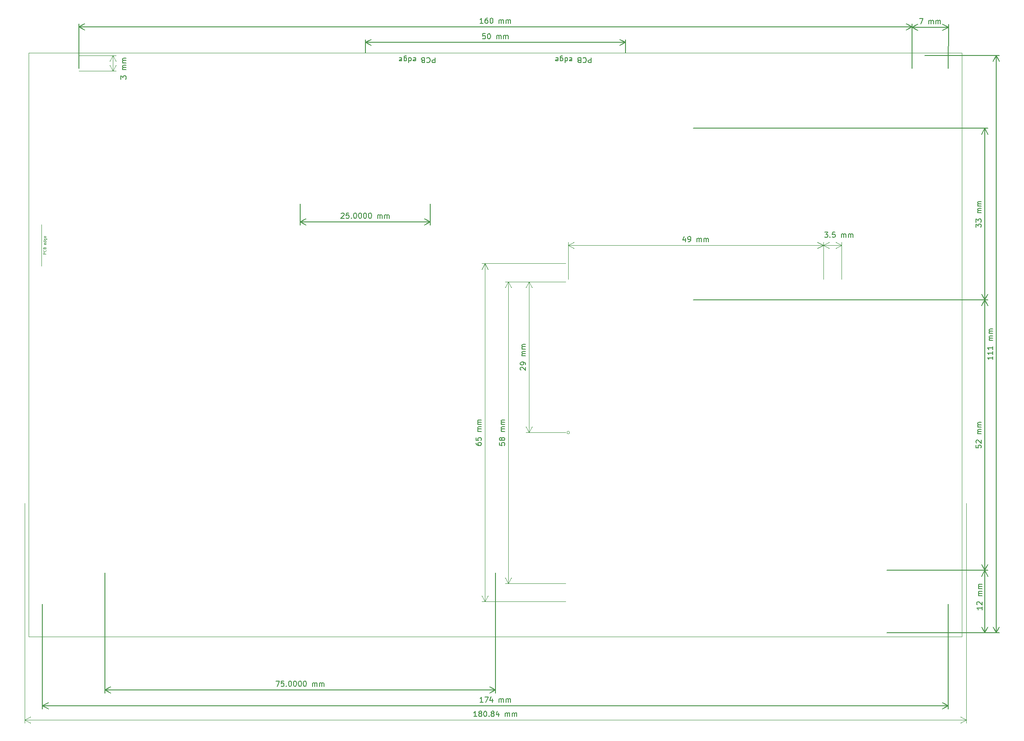
<source format=gbr>
%TF.GenerationSoftware,KiCad,Pcbnew,8.0.4+1*%
%TF.CreationDate,2024-10-16T16:42:29+00:00*%
%TF.ProjectId,pedalboard-hw,70656461-6c62-46f6-9172-642d68772e6b,4.0.0*%
%TF.SameCoordinates,Original*%
%TF.FileFunction,OtherDrawing,Comment*%
%FSLAX46Y46*%
G04 Gerber Fmt 4.6, Leading zero omitted, Abs format (unit mm)*
G04 Created by KiCad (PCBNEW 8.0.4+1) date 2024-10-16 16:42:29*
%MOMM*%
%LPD*%
G01*
G04 APERTURE LIST*
%ADD10C,0.050000*%
%ADD11C,0.150000*%
%ADD12C,0.100000*%
%ADD13C,0.075000*%
G04 APERTURE END LIST*
D10*
X15370000Y-19500000D02*
X194630000Y-19500000D01*
X194630000Y-131760000D01*
X15370000Y-131760000D01*
X15370000Y-19500000D01*
D11*
X62833334Y-140304818D02*
X63500000Y-140304818D01*
X63500000Y-140304818D02*
X63071429Y-141304818D01*
X64357143Y-140304818D02*
X63880953Y-140304818D01*
X63880953Y-140304818D02*
X63833334Y-140781008D01*
X63833334Y-140781008D02*
X63880953Y-140733389D01*
X63880953Y-140733389D02*
X63976191Y-140685770D01*
X63976191Y-140685770D02*
X64214286Y-140685770D01*
X64214286Y-140685770D02*
X64309524Y-140733389D01*
X64309524Y-140733389D02*
X64357143Y-140781008D01*
X64357143Y-140781008D02*
X64404762Y-140876246D01*
X64404762Y-140876246D02*
X64404762Y-141114341D01*
X64404762Y-141114341D02*
X64357143Y-141209579D01*
X64357143Y-141209579D02*
X64309524Y-141257199D01*
X64309524Y-141257199D02*
X64214286Y-141304818D01*
X64214286Y-141304818D02*
X63976191Y-141304818D01*
X63976191Y-141304818D02*
X63880953Y-141257199D01*
X63880953Y-141257199D02*
X63833334Y-141209579D01*
X64833334Y-141209579D02*
X64880953Y-141257199D01*
X64880953Y-141257199D02*
X64833334Y-141304818D01*
X64833334Y-141304818D02*
X64785715Y-141257199D01*
X64785715Y-141257199D02*
X64833334Y-141209579D01*
X64833334Y-141209579D02*
X64833334Y-141304818D01*
X65500000Y-140304818D02*
X65595238Y-140304818D01*
X65595238Y-140304818D02*
X65690476Y-140352437D01*
X65690476Y-140352437D02*
X65738095Y-140400056D01*
X65738095Y-140400056D02*
X65785714Y-140495294D01*
X65785714Y-140495294D02*
X65833333Y-140685770D01*
X65833333Y-140685770D02*
X65833333Y-140923865D01*
X65833333Y-140923865D02*
X65785714Y-141114341D01*
X65785714Y-141114341D02*
X65738095Y-141209579D01*
X65738095Y-141209579D02*
X65690476Y-141257199D01*
X65690476Y-141257199D02*
X65595238Y-141304818D01*
X65595238Y-141304818D02*
X65500000Y-141304818D01*
X65500000Y-141304818D02*
X65404762Y-141257199D01*
X65404762Y-141257199D02*
X65357143Y-141209579D01*
X65357143Y-141209579D02*
X65309524Y-141114341D01*
X65309524Y-141114341D02*
X65261905Y-140923865D01*
X65261905Y-140923865D02*
X65261905Y-140685770D01*
X65261905Y-140685770D02*
X65309524Y-140495294D01*
X65309524Y-140495294D02*
X65357143Y-140400056D01*
X65357143Y-140400056D02*
X65404762Y-140352437D01*
X65404762Y-140352437D02*
X65500000Y-140304818D01*
X66452381Y-140304818D02*
X66547619Y-140304818D01*
X66547619Y-140304818D02*
X66642857Y-140352437D01*
X66642857Y-140352437D02*
X66690476Y-140400056D01*
X66690476Y-140400056D02*
X66738095Y-140495294D01*
X66738095Y-140495294D02*
X66785714Y-140685770D01*
X66785714Y-140685770D02*
X66785714Y-140923865D01*
X66785714Y-140923865D02*
X66738095Y-141114341D01*
X66738095Y-141114341D02*
X66690476Y-141209579D01*
X66690476Y-141209579D02*
X66642857Y-141257199D01*
X66642857Y-141257199D02*
X66547619Y-141304818D01*
X66547619Y-141304818D02*
X66452381Y-141304818D01*
X66452381Y-141304818D02*
X66357143Y-141257199D01*
X66357143Y-141257199D02*
X66309524Y-141209579D01*
X66309524Y-141209579D02*
X66261905Y-141114341D01*
X66261905Y-141114341D02*
X66214286Y-140923865D01*
X66214286Y-140923865D02*
X66214286Y-140685770D01*
X66214286Y-140685770D02*
X66261905Y-140495294D01*
X66261905Y-140495294D02*
X66309524Y-140400056D01*
X66309524Y-140400056D02*
X66357143Y-140352437D01*
X66357143Y-140352437D02*
X66452381Y-140304818D01*
X67404762Y-140304818D02*
X67500000Y-140304818D01*
X67500000Y-140304818D02*
X67595238Y-140352437D01*
X67595238Y-140352437D02*
X67642857Y-140400056D01*
X67642857Y-140400056D02*
X67690476Y-140495294D01*
X67690476Y-140495294D02*
X67738095Y-140685770D01*
X67738095Y-140685770D02*
X67738095Y-140923865D01*
X67738095Y-140923865D02*
X67690476Y-141114341D01*
X67690476Y-141114341D02*
X67642857Y-141209579D01*
X67642857Y-141209579D02*
X67595238Y-141257199D01*
X67595238Y-141257199D02*
X67500000Y-141304818D01*
X67500000Y-141304818D02*
X67404762Y-141304818D01*
X67404762Y-141304818D02*
X67309524Y-141257199D01*
X67309524Y-141257199D02*
X67261905Y-141209579D01*
X67261905Y-141209579D02*
X67214286Y-141114341D01*
X67214286Y-141114341D02*
X67166667Y-140923865D01*
X67166667Y-140923865D02*
X67166667Y-140685770D01*
X67166667Y-140685770D02*
X67214286Y-140495294D01*
X67214286Y-140495294D02*
X67261905Y-140400056D01*
X67261905Y-140400056D02*
X67309524Y-140352437D01*
X67309524Y-140352437D02*
X67404762Y-140304818D01*
X68357143Y-140304818D02*
X68452381Y-140304818D01*
X68452381Y-140304818D02*
X68547619Y-140352437D01*
X68547619Y-140352437D02*
X68595238Y-140400056D01*
X68595238Y-140400056D02*
X68642857Y-140495294D01*
X68642857Y-140495294D02*
X68690476Y-140685770D01*
X68690476Y-140685770D02*
X68690476Y-140923865D01*
X68690476Y-140923865D02*
X68642857Y-141114341D01*
X68642857Y-141114341D02*
X68595238Y-141209579D01*
X68595238Y-141209579D02*
X68547619Y-141257199D01*
X68547619Y-141257199D02*
X68452381Y-141304818D01*
X68452381Y-141304818D02*
X68357143Y-141304818D01*
X68357143Y-141304818D02*
X68261905Y-141257199D01*
X68261905Y-141257199D02*
X68214286Y-141209579D01*
X68214286Y-141209579D02*
X68166667Y-141114341D01*
X68166667Y-141114341D02*
X68119048Y-140923865D01*
X68119048Y-140923865D02*
X68119048Y-140685770D01*
X68119048Y-140685770D02*
X68166667Y-140495294D01*
X68166667Y-140495294D02*
X68214286Y-140400056D01*
X68214286Y-140400056D02*
X68261905Y-140352437D01*
X68261905Y-140352437D02*
X68357143Y-140304818D01*
X69880953Y-141304818D02*
X69880953Y-140638151D01*
X69880953Y-140733389D02*
X69928572Y-140685770D01*
X69928572Y-140685770D02*
X70023810Y-140638151D01*
X70023810Y-140638151D02*
X70166667Y-140638151D01*
X70166667Y-140638151D02*
X70261905Y-140685770D01*
X70261905Y-140685770D02*
X70309524Y-140781008D01*
X70309524Y-140781008D02*
X70309524Y-141304818D01*
X70309524Y-140781008D02*
X70357143Y-140685770D01*
X70357143Y-140685770D02*
X70452381Y-140638151D01*
X70452381Y-140638151D02*
X70595238Y-140638151D01*
X70595238Y-140638151D02*
X70690477Y-140685770D01*
X70690477Y-140685770D02*
X70738096Y-140781008D01*
X70738096Y-140781008D02*
X70738096Y-141304818D01*
X71214286Y-141304818D02*
X71214286Y-140638151D01*
X71214286Y-140733389D02*
X71261905Y-140685770D01*
X71261905Y-140685770D02*
X71357143Y-140638151D01*
X71357143Y-140638151D02*
X71500000Y-140638151D01*
X71500000Y-140638151D02*
X71595238Y-140685770D01*
X71595238Y-140685770D02*
X71642857Y-140781008D01*
X71642857Y-140781008D02*
X71642857Y-141304818D01*
X71642857Y-140781008D02*
X71690476Y-140685770D01*
X71690476Y-140685770D02*
X71785714Y-140638151D01*
X71785714Y-140638151D02*
X71928571Y-140638151D01*
X71928571Y-140638151D02*
X72023810Y-140685770D01*
X72023810Y-140685770D02*
X72071429Y-140781008D01*
X72071429Y-140781008D02*
X72071429Y-141304818D01*
X30000000Y-119500000D02*
X30000000Y-142586419D01*
X105000000Y-119500000D02*
X105000000Y-142586419D01*
X30000000Y-141999999D02*
X105000000Y-141999999D01*
X30000000Y-141999999D02*
X105000000Y-141999999D01*
X30000000Y-141999999D02*
X31126504Y-141413578D01*
X30000000Y-141999999D02*
X31126504Y-142586420D01*
X105000000Y-141999999D02*
X103873496Y-142586420D01*
X105000000Y-141999999D02*
X103873496Y-141413578D01*
X186463293Y-12900371D02*
X187129959Y-12900906D01*
X187129959Y-12900906D02*
X186700585Y-13900561D01*
X188272014Y-13901823D02*
X188272549Y-13235157D01*
X188272472Y-13330395D02*
X188320130Y-13282814D01*
X188320130Y-13282814D02*
X188415406Y-13235271D01*
X188415406Y-13235271D02*
X188558263Y-13235386D01*
X188558263Y-13235386D02*
X188653463Y-13283082D01*
X188653463Y-13283082D02*
X188701005Y-13378358D01*
X188701005Y-13378358D02*
X188700585Y-13902167D01*
X188701005Y-13378358D02*
X188748701Y-13283158D01*
X188748701Y-13283158D02*
X188843977Y-13235616D01*
X188843977Y-13235616D02*
X188986834Y-13235730D01*
X188986834Y-13235730D02*
X189082034Y-13283426D01*
X189082034Y-13283426D02*
X189129577Y-13378702D01*
X189129577Y-13378702D02*
X189129156Y-13902511D01*
X189605346Y-13902894D02*
X189605881Y-13236227D01*
X189605805Y-13331465D02*
X189653462Y-13283885D01*
X189653462Y-13283885D02*
X189748739Y-13236342D01*
X189748739Y-13236342D02*
X189891596Y-13236457D01*
X189891596Y-13236457D02*
X189986796Y-13284152D01*
X189986796Y-13284152D02*
X190034338Y-13379429D01*
X190034338Y-13379429D02*
X190033917Y-13903238D01*
X190034338Y-13379429D02*
X190082034Y-13284229D01*
X190082034Y-13284229D02*
X190177310Y-13236686D01*
X190177310Y-13236686D02*
X190320167Y-13236801D01*
X190320167Y-13236801D02*
X190415367Y-13284496D01*
X190415367Y-13284496D02*
X190462909Y-13379773D01*
X190462909Y-13379773D02*
X190462489Y-13903582D01*
X185006016Y-22494385D02*
X185012829Y-14007968D01*
X192000401Y-22500000D02*
X192007214Y-14013583D01*
X185012358Y-14594388D02*
X192006743Y-14600003D01*
X185012358Y-14594388D02*
X192006743Y-14600003D01*
X185012358Y-14594388D02*
X186139332Y-14008872D01*
X185012358Y-14594388D02*
X186138391Y-15181713D01*
X192006743Y-14600003D02*
X190879769Y-15185519D01*
X192006743Y-14600003D02*
X190880710Y-14012678D01*
X197304819Y-53023808D02*
X197304819Y-52404761D01*
X197304819Y-52404761D02*
X197685771Y-52738094D01*
X197685771Y-52738094D02*
X197685771Y-52595237D01*
X197685771Y-52595237D02*
X197733390Y-52499999D01*
X197733390Y-52499999D02*
X197781009Y-52452380D01*
X197781009Y-52452380D02*
X197876247Y-52404761D01*
X197876247Y-52404761D02*
X198114342Y-52404761D01*
X198114342Y-52404761D02*
X198209580Y-52452380D01*
X198209580Y-52452380D02*
X198257200Y-52499999D01*
X198257200Y-52499999D02*
X198304819Y-52595237D01*
X198304819Y-52595237D02*
X198304819Y-52880951D01*
X198304819Y-52880951D02*
X198257200Y-52976189D01*
X198257200Y-52976189D02*
X198209580Y-53023808D01*
X197304819Y-52071427D02*
X197304819Y-51452380D01*
X197304819Y-51452380D02*
X197685771Y-51785713D01*
X197685771Y-51785713D02*
X197685771Y-51642856D01*
X197685771Y-51642856D02*
X197733390Y-51547618D01*
X197733390Y-51547618D02*
X197781009Y-51499999D01*
X197781009Y-51499999D02*
X197876247Y-51452380D01*
X197876247Y-51452380D02*
X198114342Y-51452380D01*
X198114342Y-51452380D02*
X198209580Y-51499999D01*
X198209580Y-51499999D02*
X198257200Y-51547618D01*
X198257200Y-51547618D02*
X198304819Y-51642856D01*
X198304819Y-51642856D02*
X198304819Y-51928570D01*
X198304819Y-51928570D02*
X198257200Y-52023808D01*
X198257200Y-52023808D02*
X198209580Y-52071427D01*
X198304819Y-50261903D02*
X197638152Y-50261903D01*
X197733390Y-50261903D02*
X197685771Y-50214284D01*
X197685771Y-50214284D02*
X197638152Y-50119046D01*
X197638152Y-50119046D02*
X197638152Y-49976189D01*
X197638152Y-49976189D02*
X197685771Y-49880951D01*
X197685771Y-49880951D02*
X197781009Y-49833332D01*
X197781009Y-49833332D02*
X198304819Y-49833332D01*
X197781009Y-49833332D02*
X197685771Y-49785713D01*
X197685771Y-49785713D02*
X197638152Y-49690475D01*
X197638152Y-49690475D02*
X197638152Y-49547618D01*
X197638152Y-49547618D02*
X197685771Y-49452379D01*
X197685771Y-49452379D02*
X197781009Y-49404760D01*
X197781009Y-49404760D02*
X198304819Y-49404760D01*
X198304819Y-48928570D02*
X197638152Y-48928570D01*
X197733390Y-48928570D02*
X197685771Y-48880951D01*
X197685771Y-48880951D02*
X197638152Y-48785713D01*
X197638152Y-48785713D02*
X197638152Y-48642856D01*
X197638152Y-48642856D02*
X197685771Y-48547618D01*
X197685771Y-48547618D02*
X197781009Y-48499999D01*
X197781009Y-48499999D02*
X198304819Y-48499999D01*
X197781009Y-48499999D02*
X197685771Y-48452380D01*
X197685771Y-48452380D02*
X197638152Y-48357142D01*
X197638152Y-48357142D02*
X197638152Y-48214285D01*
X197638152Y-48214285D02*
X197685771Y-48119046D01*
X197685771Y-48119046D02*
X197781009Y-48071427D01*
X197781009Y-48071427D02*
X198304819Y-48071427D01*
X143000000Y-34000000D02*
X199586420Y-34000000D01*
X143000000Y-67000000D02*
X199586420Y-67000000D01*
X199000000Y-34000000D02*
X199000000Y-67000000D01*
X199000000Y-34000000D02*
X199000000Y-67000000D01*
X199000000Y-34000000D02*
X199586421Y-35126504D01*
X199000000Y-34000000D02*
X198413579Y-35126504D01*
X199000000Y-67000000D02*
X198413579Y-65873496D01*
X199000000Y-67000000D02*
X199586421Y-65873496D01*
X198454819Y-126004761D02*
X198454819Y-126576189D01*
X198454819Y-126290475D02*
X197454819Y-126290475D01*
X197454819Y-126290475D02*
X197597676Y-126385713D01*
X197597676Y-126385713D02*
X197692914Y-126480951D01*
X197692914Y-126480951D02*
X197740533Y-126576189D01*
X197550057Y-125623808D02*
X197502438Y-125576189D01*
X197502438Y-125576189D02*
X197454819Y-125480951D01*
X197454819Y-125480951D02*
X197454819Y-125242856D01*
X197454819Y-125242856D02*
X197502438Y-125147618D01*
X197502438Y-125147618D02*
X197550057Y-125099999D01*
X197550057Y-125099999D02*
X197645295Y-125052380D01*
X197645295Y-125052380D02*
X197740533Y-125052380D01*
X197740533Y-125052380D02*
X197883390Y-125099999D01*
X197883390Y-125099999D02*
X198454819Y-125671427D01*
X198454819Y-125671427D02*
X198454819Y-125052380D01*
X198454819Y-123861903D02*
X197788152Y-123861903D01*
X197883390Y-123861903D02*
X197835771Y-123814284D01*
X197835771Y-123814284D02*
X197788152Y-123719046D01*
X197788152Y-123719046D02*
X197788152Y-123576189D01*
X197788152Y-123576189D02*
X197835771Y-123480951D01*
X197835771Y-123480951D02*
X197931009Y-123433332D01*
X197931009Y-123433332D02*
X198454819Y-123433332D01*
X197931009Y-123433332D02*
X197835771Y-123385713D01*
X197835771Y-123385713D02*
X197788152Y-123290475D01*
X197788152Y-123290475D02*
X197788152Y-123147618D01*
X197788152Y-123147618D02*
X197835771Y-123052379D01*
X197835771Y-123052379D02*
X197931009Y-123004760D01*
X197931009Y-123004760D02*
X198454819Y-123004760D01*
X198454819Y-122528570D02*
X197788152Y-122528570D01*
X197883390Y-122528570D02*
X197835771Y-122480951D01*
X197835771Y-122480951D02*
X197788152Y-122385713D01*
X197788152Y-122385713D02*
X197788152Y-122242856D01*
X197788152Y-122242856D02*
X197835771Y-122147618D01*
X197835771Y-122147618D02*
X197931009Y-122099999D01*
X197931009Y-122099999D02*
X198454819Y-122099999D01*
X197931009Y-122099999D02*
X197835771Y-122052380D01*
X197835771Y-122052380D02*
X197788152Y-121957142D01*
X197788152Y-121957142D02*
X197788152Y-121814285D01*
X197788152Y-121814285D02*
X197835771Y-121719046D01*
X197835771Y-121719046D02*
X197931009Y-121671427D01*
X197931009Y-121671427D02*
X198454819Y-121671427D01*
X180160000Y-119000000D02*
X199586420Y-119000000D01*
X180160000Y-131000000D02*
X199586420Y-131000000D01*
X199000000Y-119000000D02*
X199000000Y-131000000D01*
X199000000Y-119000000D02*
X199000000Y-131000000D01*
X199000000Y-119000000D02*
X199586421Y-120126504D01*
X199000000Y-119000000D02*
X198413579Y-120126504D01*
X199000000Y-131000000D02*
X198413579Y-129873496D01*
X199000000Y-131000000D02*
X199586421Y-129873496D01*
X33072833Y-24544818D02*
X33072833Y-23925771D01*
X33072833Y-23925771D02*
X33453785Y-24259104D01*
X33453785Y-24259104D02*
X33453785Y-24116247D01*
X33453785Y-24116247D02*
X33501404Y-24021009D01*
X33501404Y-24021009D02*
X33549023Y-23973390D01*
X33549023Y-23973390D02*
X33644261Y-23925771D01*
X33644261Y-23925771D02*
X33882356Y-23925771D01*
X33882356Y-23925771D02*
X33977594Y-23973390D01*
X33977594Y-23973390D02*
X34025214Y-24021009D01*
X34025214Y-24021009D02*
X34072833Y-24116247D01*
X34072833Y-24116247D02*
X34072833Y-24401961D01*
X34072833Y-24401961D02*
X34025214Y-24497199D01*
X34025214Y-24497199D02*
X33977594Y-24544818D01*
X34072833Y-22735294D02*
X33406166Y-22735294D01*
X33501404Y-22735294D02*
X33453785Y-22687675D01*
X33453785Y-22687675D02*
X33406166Y-22592437D01*
X33406166Y-22592437D02*
X33406166Y-22449580D01*
X33406166Y-22449580D02*
X33453785Y-22354342D01*
X33453785Y-22354342D02*
X33549023Y-22306723D01*
X33549023Y-22306723D02*
X34072833Y-22306723D01*
X33549023Y-22306723D02*
X33453785Y-22259104D01*
X33453785Y-22259104D02*
X33406166Y-22163866D01*
X33406166Y-22163866D02*
X33406166Y-22021009D01*
X33406166Y-22021009D02*
X33453785Y-21925770D01*
X33453785Y-21925770D02*
X33549023Y-21878151D01*
X33549023Y-21878151D02*
X34072833Y-21878151D01*
X34072833Y-21401961D02*
X33406166Y-21401961D01*
X33501404Y-21401961D02*
X33453785Y-21354342D01*
X33453785Y-21354342D02*
X33406166Y-21259104D01*
X33406166Y-21259104D02*
X33406166Y-21116247D01*
X33406166Y-21116247D02*
X33453785Y-21021009D01*
X33453785Y-21021009D02*
X33549023Y-20973390D01*
X33549023Y-20973390D02*
X34072833Y-20973390D01*
X33549023Y-20973390D02*
X33453785Y-20925771D01*
X33453785Y-20925771D02*
X33406166Y-20830533D01*
X33406166Y-20830533D02*
X33406166Y-20687676D01*
X33406166Y-20687676D02*
X33453785Y-20592437D01*
X33453785Y-20592437D02*
X33549023Y-20544818D01*
X33549023Y-20544818D02*
X34072833Y-20544818D01*
D12*
X24987400Y-22997200D02*
X32073820Y-22997200D01*
X24987400Y-19997200D02*
X32073820Y-19997200D01*
X31487400Y-22997200D02*
X31487400Y-19997200D01*
X31487400Y-22997200D02*
X31487400Y-19997200D01*
X31487400Y-22997200D02*
X30900979Y-21870696D01*
X31487400Y-22997200D02*
X32073821Y-21870696D01*
X31487400Y-19997200D02*
X32073821Y-21123704D01*
X31487400Y-19997200D02*
X30900979Y-21123704D01*
D11*
X75380953Y-50400056D02*
X75428572Y-50352437D01*
X75428572Y-50352437D02*
X75523810Y-50304818D01*
X75523810Y-50304818D02*
X75761905Y-50304818D01*
X75761905Y-50304818D02*
X75857143Y-50352437D01*
X75857143Y-50352437D02*
X75904762Y-50400056D01*
X75904762Y-50400056D02*
X75952381Y-50495294D01*
X75952381Y-50495294D02*
X75952381Y-50590532D01*
X75952381Y-50590532D02*
X75904762Y-50733389D01*
X75904762Y-50733389D02*
X75333334Y-51304818D01*
X75333334Y-51304818D02*
X75952381Y-51304818D01*
X76857143Y-50304818D02*
X76380953Y-50304818D01*
X76380953Y-50304818D02*
X76333334Y-50781008D01*
X76333334Y-50781008D02*
X76380953Y-50733389D01*
X76380953Y-50733389D02*
X76476191Y-50685770D01*
X76476191Y-50685770D02*
X76714286Y-50685770D01*
X76714286Y-50685770D02*
X76809524Y-50733389D01*
X76809524Y-50733389D02*
X76857143Y-50781008D01*
X76857143Y-50781008D02*
X76904762Y-50876246D01*
X76904762Y-50876246D02*
X76904762Y-51114341D01*
X76904762Y-51114341D02*
X76857143Y-51209579D01*
X76857143Y-51209579D02*
X76809524Y-51257199D01*
X76809524Y-51257199D02*
X76714286Y-51304818D01*
X76714286Y-51304818D02*
X76476191Y-51304818D01*
X76476191Y-51304818D02*
X76380953Y-51257199D01*
X76380953Y-51257199D02*
X76333334Y-51209579D01*
X77333334Y-51209579D02*
X77380953Y-51257199D01*
X77380953Y-51257199D02*
X77333334Y-51304818D01*
X77333334Y-51304818D02*
X77285715Y-51257199D01*
X77285715Y-51257199D02*
X77333334Y-51209579D01*
X77333334Y-51209579D02*
X77333334Y-51304818D01*
X78000000Y-50304818D02*
X78095238Y-50304818D01*
X78095238Y-50304818D02*
X78190476Y-50352437D01*
X78190476Y-50352437D02*
X78238095Y-50400056D01*
X78238095Y-50400056D02*
X78285714Y-50495294D01*
X78285714Y-50495294D02*
X78333333Y-50685770D01*
X78333333Y-50685770D02*
X78333333Y-50923865D01*
X78333333Y-50923865D02*
X78285714Y-51114341D01*
X78285714Y-51114341D02*
X78238095Y-51209579D01*
X78238095Y-51209579D02*
X78190476Y-51257199D01*
X78190476Y-51257199D02*
X78095238Y-51304818D01*
X78095238Y-51304818D02*
X78000000Y-51304818D01*
X78000000Y-51304818D02*
X77904762Y-51257199D01*
X77904762Y-51257199D02*
X77857143Y-51209579D01*
X77857143Y-51209579D02*
X77809524Y-51114341D01*
X77809524Y-51114341D02*
X77761905Y-50923865D01*
X77761905Y-50923865D02*
X77761905Y-50685770D01*
X77761905Y-50685770D02*
X77809524Y-50495294D01*
X77809524Y-50495294D02*
X77857143Y-50400056D01*
X77857143Y-50400056D02*
X77904762Y-50352437D01*
X77904762Y-50352437D02*
X78000000Y-50304818D01*
X78952381Y-50304818D02*
X79047619Y-50304818D01*
X79047619Y-50304818D02*
X79142857Y-50352437D01*
X79142857Y-50352437D02*
X79190476Y-50400056D01*
X79190476Y-50400056D02*
X79238095Y-50495294D01*
X79238095Y-50495294D02*
X79285714Y-50685770D01*
X79285714Y-50685770D02*
X79285714Y-50923865D01*
X79285714Y-50923865D02*
X79238095Y-51114341D01*
X79238095Y-51114341D02*
X79190476Y-51209579D01*
X79190476Y-51209579D02*
X79142857Y-51257199D01*
X79142857Y-51257199D02*
X79047619Y-51304818D01*
X79047619Y-51304818D02*
X78952381Y-51304818D01*
X78952381Y-51304818D02*
X78857143Y-51257199D01*
X78857143Y-51257199D02*
X78809524Y-51209579D01*
X78809524Y-51209579D02*
X78761905Y-51114341D01*
X78761905Y-51114341D02*
X78714286Y-50923865D01*
X78714286Y-50923865D02*
X78714286Y-50685770D01*
X78714286Y-50685770D02*
X78761905Y-50495294D01*
X78761905Y-50495294D02*
X78809524Y-50400056D01*
X78809524Y-50400056D02*
X78857143Y-50352437D01*
X78857143Y-50352437D02*
X78952381Y-50304818D01*
X79904762Y-50304818D02*
X80000000Y-50304818D01*
X80000000Y-50304818D02*
X80095238Y-50352437D01*
X80095238Y-50352437D02*
X80142857Y-50400056D01*
X80142857Y-50400056D02*
X80190476Y-50495294D01*
X80190476Y-50495294D02*
X80238095Y-50685770D01*
X80238095Y-50685770D02*
X80238095Y-50923865D01*
X80238095Y-50923865D02*
X80190476Y-51114341D01*
X80190476Y-51114341D02*
X80142857Y-51209579D01*
X80142857Y-51209579D02*
X80095238Y-51257199D01*
X80095238Y-51257199D02*
X80000000Y-51304818D01*
X80000000Y-51304818D02*
X79904762Y-51304818D01*
X79904762Y-51304818D02*
X79809524Y-51257199D01*
X79809524Y-51257199D02*
X79761905Y-51209579D01*
X79761905Y-51209579D02*
X79714286Y-51114341D01*
X79714286Y-51114341D02*
X79666667Y-50923865D01*
X79666667Y-50923865D02*
X79666667Y-50685770D01*
X79666667Y-50685770D02*
X79714286Y-50495294D01*
X79714286Y-50495294D02*
X79761905Y-50400056D01*
X79761905Y-50400056D02*
X79809524Y-50352437D01*
X79809524Y-50352437D02*
X79904762Y-50304818D01*
X80857143Y-50304818D02*
X80952381Y-50304818D01*
X80952381Y-50304818D02*
X81047619Y-50352437D01*
X81047619Y-50352437D02*
X81095238Y-50400056D01*
X81095238Y-50400056D02*
X81142857Y-50495294D01*
X81142857Y-50495294D02*
X81190476Y-50685770D01*
X81190476Y-50685770D02*
X81190476Y-50923865D01*
X81190476Y-50923865D02*
X81142857Y-51114341D01*
X81142857Y-51114341D02*
X81095238Y-51209579D01*
X81095238Y-51209579D02*
X81047619Y-51257199D01*
X81047619Y-51257199D02*
X80952381Y-51304818D01*
X80952381Y-51304818D02*
X80857143Y-51304818D01*
X80857143Y-51304818D02*
X80761905Y-51257199D01*
X80761905Y-51257199D02*
X80714286Y-51209579D01*
X80714286Y-51209579D02*
X80666667Y-51114341D01*
X80666667Y-51114341D02*
X80619048Y-50923865D01*
X80619048Y-50923865D02*
X80619048Y-50685770D01*
X80619048Y-50685770D02*
X80666667Y-50495294D01*
X80666667Y-50495294D02*
X80714286Y-50400056D01*
X80714286Y-50400056D02*
X80761905Y-50352437D01*
X80761905Y-50352437D02*
X80857143Y-50304818D01*
X82380953Y-51304818D02*
X82380953Y-50638151D01*
X82380953Y-50733389D02*
X82428572Y-50685770D01*
X82428572Y-50685770D02*
X82523810Y-50638151D01*
X82523810Y-50638151D02*
X82666667Y-50638151D01*
X82666667Y-50638151D02*
X82761905Y-50685770D01*
X82761905Y-50685770D02*
X82809524Y-50781008D01*
X82809524Y-50781008D02*
X82809524Y-51304818D01*
X82809524Y-50781008D02*
X82857143Y-50685770D01*
X82857143Y-50685770D02*
X82952381Y-50638151D01*
X82952381Y-50638151D02*
X83095238Y-50638151D01*
X83095238Y-50638151D02*
X83190477Y-50685770D01*
X83190477Y-50685770D02*
X83238096Y-50781008D01*
X83238096Y-50781008D02*
X83238096Y-51304818D01*
X83714286Y-51304818D02*
X83714286Y-50638151D01*
X83714286Y-50733389D02*
X83761905Y-50685770D01*
X83761905Y-50685770D02*
X83857143Y-50638151D01*
X83857143Y-50638151D02*
X84000000Y-50638151D01*
X84000000Y-50638151D02*
X84095238Y-50685770D01*
X84095238Y-50685770D02*
X84142857Y-50781008D01*
X84142857Y-50781008D02*
X84142857Y-51304818D01*
X84142857Y-50781008D02*
X84190476Y-50685770D01*
X84190476Y-50685770D02*
X84285714Y-50638151D01*
X84285714Y-50638151D02*
X84428571Y-50638151D01*
X84428571Y-50638151D02*
X84523810Y-50685770D01*
X84523810Y-50685770D02*
X84571429Y-50781008D01*
X84571429Y-50781008D02*
X84571429Y-51304818D01*
X67500000Y-48500000D02*
X67500000Y-52586419D01*
X92500000Y-48500000D02*
X92500000Y-52586419D01*
X67500000Y-51999999D02*
X92500000Y-51999999D01*
X67500000Y-51999999D02*
X92500000Y-51999999D01*
X67500000Y-51999999D02*
X68626504Y-51413578D01*
X67500000Y-51999999D02*
X68626504Y-52586420D01*
X92500000Y-51999999D02*
X91373496Y-52586420D01*
X92500000Y-51999999D02*
X91373496Y-51413578D01*
X103047619Y-15804819D02*
X102571429Y-15804819D01*
X102571429Y-15804819D02*
X102523810Y-16281009D01*
X102523810Y-16281009D02*
X102571429Y-16233390D01*
X102571429Y-16233390D02*
X102666667Y-16185771D01*
X102666667Y-16185771D02*
X102904762Y-16185771D01*
X102904762Y-16185771D02*
X103000000Y-16233390D01*
X103000000Y-16233390D02*
X103047619Y-16281009D01*
X103047619Y-16281009D02*
X103095238Y-16376247D01*
X103095238Y-16376247D02*
X103095238Y-16614342D01*
X103095238Y-16614342D02*
X103047619Y-16709580D01*
X103047619Y-16709580D02*
X103000000Y-16757200D01*
X103000000Y-16757200D02*
X102904762Y-16804819D01*
X102904762Y-16804819D02*
X102666667Y-16804819D01*
X102666667Y-16804819D02*
X102571429Y-16757200D01*
X102571429Y-16757200D02*
X102523810Y-16709580D01*
X103714286Y-15804819D02*
X103809524Y-15804819D01*
X103809524Y-15804819D02*
X103904762Y-15852438D01*
X103904762Y-15852438D02*
X103952381Y-15900057D01*
X103952381Y-15900057D02*
X104000000Y-15995295D01*
X104000000Y-15995295D02*
X104047619Y-16185771D01*
X104047619Y-16185771D02*
X104047619Y-16423866D01*
X104047619Y-16423866D02*
X104000000Y-16614342D01*
X104000000Y-16614342D02*
X103952381Y-16709580D01*
X103952381Y-16709580D02*
X103904762Y-16757200D01*
X103904762Y-16757200D02*
X103809524Y-16804819D01*
X103809524Y-16804819D02*
X103714286Y-16804819D01*
X103714286Y-16804819D02*
X103619048Y-16757200D01*
X103619048Y-16757200D02*
X103571429Y-16709580D01*
X103571429Y-16709580D02*
X103523810Y-16614342D01*
X103523810Y-16614342D02*
X103476191Y-16423866D01*
X103476191Y-16423866D02*
X103476191Y-16185771D01*
X103476191Y-16185771D02*
X103523810Y-15995295D01*
X103523810Y-15995295D02*
X103571429Y-15900057D01*
X103571429Y-15900057D02*
X103619048Y-15852438D01*
X103619048Y-15852438D02*
X103714286Y-15804819D01*
X105238096Y-16804819D02*
X105238096Y-16138152D01*
X105238096Y-16233390D02*
X105285715Y-16185771D01*
X105285715Y-16185771D02*
X105380953Y-16138152D01*
X105380953Y-16138152D02*
X105523810Y-16138152D01*
X105523810Y-16138152D02*
X105619048Y-16185771D01*
X105619048Y-16185771D02*
X105666667Y-16281009D01*
X105666667Y-16281009D02*
X105666667Y-16804819D01*
X105666667Y-16281009D02*
X105714286Y-16185771D01*
X105714286Y-16185771D02*
X105809524Y-16138152D01*
X105809524Y-16138152D02*
X105952381Y-16138152D01*
X105952381Y-16138152D02*
X106047620Y-16185771D01*
X106047620Y-16185771D02*
X106095239Y-16281009D01*
X106095239Y-16281009D02*
X106095239Y-16804819D01*
X106571429Y-16804819D02*
X106571429Y-16138152D01*
X106571429Y-16233390D02*
X106619048Y-16185771D01*
X106619048Y-16185771D02*
X106714286Y-16138152D01*
X106714286Y-16138152D02*
X106857143Y-16138152D01*
X106857143Y-16138152D02*
X106952381Y-16185771D01*
X106952381Y-16185771D02*
X107000000Y-16281009D01*
X107000000Y-16281009D02*
X107000000Y-16804819D01*
X107000000Y-16281009D02*
X107047619Y-16185771D01*
X107047619Y-16185771D02*
X107142857Y-16138152D01*
X107142857Y-16138152D02*
X107285714Y-16138152D01*
X107285714Y-16138152D02*
X107380953Y-16185771D01*
X107380953Y-16185771D02*
X107428572Y-16281009D01*
X107428572Y-16281009D02*
X107428572Y-16804819D01*
X80000000Y-19494385D02*
X80000000Y-16913580D01*
X130000000Y-19494385D02*
X130000000Y-16913580D01*
X80000000Y-17500000D02*
X130000000Y-17500000D01*
X80000000Y-17500000D02*
X130000000Y-17500000D01*
X80000000Y-17500000D02*
X81126504Y-16913579D01*
X80000000Y-17500000D02*
X81126504Y-18086421D01*
X130000000Y-17500000D02*
X128873496Y-18086421D01*
X130000000Y-17500000D02*
X128873496Y-16913579D01*
X101428571Y-147104819D02*
X100857143Y-147104819D01*
X101142857Y-147104819D02*
X101142857Y-146104819D01*
X101142857Y-146104819D02*
X101047619Y-146247676D01*
X101047619Y-146247676D02*
X100952381Y-146342914D01*
X100952381Y-146342914D02*
X100857143Y-146390533D01*
X102000000Y-146533390D02*
X101904762Y-146485771D01*
X101904762Y-146485771D02*
X101857143Y-146438152D01*
X101857143Y-146438152D02*
X101809524Y-146342914D01*
X101809524Y-146342914D02*
X101809524Y-146295295D01*
X101809524Y-146295295D02*
X101857143Y-146200057D01*
X101857143Y-146200057D02*
X101904762Y-146152438D01*
X101904762Y-146152438D02*
X102000000Y-146104819D01*
X102000000Y-146104819D02*
X102190476Y-146104819D01*
X102190476Y-146104819D02*
X102285714Y-146152438D01*
X102285714Y-146152438D02*
X102333333Y-146200057D01*
X102333333Y-146200057D02*
X102380952Y-146295295D01*
X102380952Y-146295295D02*
X102380952Y-146342914D01*
X102380952Y-146342914D02*
X102333333Y-146438152D01*
X102333333Y-146438152D02*
X102285714Y-146485771D01*
X102285714Y-146485771D02*
X102190476Y-146533390D01*
X102190476Y-146533390D02*
X102000000Y-146533390D01*
X102000000Y-146533390D02*
X101904762Y-146581009D01*
X101904762Y-146581009D02*
X101857143Y-146628628D01*
X101857143Y-146628628D02*
X101809524Y-146723866D01*
X101809524Y-146723866D02*
X101809524Y-146914342D01*
X101809524Y-146914342D02*
X101857143Y-147009580D01*
X101857143Y-147009580D02*
X101904762Y-147057200D01*
X101904762Y-147057200D02*
X102000000Y-147104819D01*
X102000000Y-147104819D02*
X102190476Y-147104819D01*
X102190476Y-147104819D02*
X102285714Y-147057200D01*
X102285714Y-147057200D02*
X102333333Y-147009580D01*
X102333333Y-147009580D02*
X102380952Y-146914342D01*
X102380952Y-146914342D02*
X102380952Y-146723866D01*
X102380952Y-146723866D02*
X102333333Y-146628628D01*
X102333333Y-146628628D02*
X102285714Y-146581009D01*
X102285714Y-146581009D02*
X102190476Y-146533390D01*
X103000000Y-146104819D02*
X103095238Y-146104819D01*
X103095238Y-146104819D02*
X103190476Y-146152438D01*
X103190476Y-146152438D02*
X103238095Y-146200057D01*
X103238095Y-146200057D02*
X103285714Y-146295295D01*
X103285714Y-146295295D02*
X103333333Y-146485771D01*
X103333333Y-146485771D02*
X103333333Y-146723866D01*
X103333333Y-146723866D02*
X103285714Y-146914342D01*
X103285714Y-146914342D02*
X103238095Y-147009580D01*
X103238095Y-147009580D02*
X103190476Y-147057200D01*
X103190476Y-147057200D02*
X103095238Y-147104819D01*
X103095238Y-147104819D02*
X103000000Y-147104819D01*
X103000000Y-147104819D02*
X102904762Y-147057200D01*
X102904762Y-147057200D02*
X102857143Y-147009580D01*
X102857143Y-147009580D02*
X102809524Y-146914342D01*
X102809524Y-146914342D02*
X102761905Y-146723866D01*
X102761905Y-146723866D02*
X102761905Y-146485771D01*
X102761905Y-146485771D02*
X102809524Y-146295295D01*
X102809524Y-146295295D02*
X102857143Y-146200057D01*
X102857143Y-146200057D02*
X102904762Y-146152438D01*
X102904762Y-146152438D02*
X103000000Y-146104819D01*
X103761905Y-147009580D02*
X103809524Y-147057200D01*
X103809524Y-147057200D02*
X103761905Y-147104819D01*
X103761905Y-147104819D02*
X103714286Y-147057200D01*
X103714286Y-147057200D02*
X103761905Y-147009580D01*
X103761905Y-147009580D02*
X103761905Y-147104819D01*
X104380952Y-146533390D02*
X104285714Y-146485771D01*
X104285714Y-146485771D02*
X104238095Y-146438152D01*
X104238095Y-146438152D02*
X104190476Y-146342914D01*
X104190476Y-146342914D02*
X104190476Y-146295295D01*
X104190476Y-146295295D02*
X104238095Y-146200057D01*
X104238095Y-146200057D02*
X104285714Y-146152438D01*
X104285714Y-146152438D02*
X104380952Y-146104819D01*
X104380952Y-146104819D02*
X104571428Y-146104819D01*
X104571428Y-146104819D02*
X104666666Y-146152438D01*
X104666666Y-146152438D02*
X104714285Y-146200057D01*
X104714285Y-146200057D02*
X104761904Y-146295295D01*
X104761904Y-146295295D02*
X104761904Y-146342914D01*
X104761904Y-146342914D02*
X104714285Y-146438152D01*
X104714285Y-146438152D02*
X104666666Y-146485771D01*
X104666666Y-146485771D02*
X104571428Y-146533390D01*
X104571428Y-146533390D02*
X104380952Y-146533390D01*
X104380952Y-146533390D02*
X104285714Y-146581009D01*
X104285714Y-146581009D02*
X104238095Y-146628628D01*
X104238095Y-146628628D02*
X104190476Y-146723866D01*
X104190476Y-146723866D02*
X104190476Y-146914342D01*
X104190476Y-146914342D02*
X104238095Y-147009580D01*
X104238095Y-147009580D02*
X104285714Y-147057200D01*
X104285714Y-147057200D02*
X104380952Y-147104819D01*
X104380952Y-147104819D02*
X104571428Y-147104819D01*
X104571428Y-147104819D02*
X104666666Y-147057200D01*
X104666666Y-147057200D02*
X104714285Y-147009580D01*
X104714285Y-147009580D02*
X104761904Y-146914342D01*
X104761904Y-146914342D02*
X104761904Y-146723866D01*
X104761904Y-146723866D02*
X104714285Y-146628628D01*
X104714285Y-146628628D02*
X104666666Y-146581009D01*
X104666666Y-146581009D02*
X104571428Y-146533390D01*
X105619047Y-146438152D02*
X105619047Y-147104819D01*
X105380952Y-146057200D02*
X105142857Y-146771485D01*
X105142857Y-146771485D02*
X105761904Y-146771485D01*
X106904762Y-147104819D02*
X106904762Y-146438152D01*
X106904762Y-146533390D02*
X106952381Y-146485771D01*
X106952381Y-146485771D02*
X107047619Y-146438152D01*
X107047619Y-146438152D02*
X107190476Y-146438152D01*
X107190476Y-146438152D02*
X107285714Y-146485771D01*
X107285714Y-146485771D02*
X107333333Y-146581009D01*
X107333333Y-146581009D02*
X107333333Y-147104819D01*
X107333333Y-146581009D02*
X107380952Y-146485771D01*
X107380952Y-146485771D02*
X107476190Y-146438152D01*
X107476190Y-146438152D02*
X107619047Y-146438152D01*
X107619047Y-146438152D02*
X107714286Y-146485771D01*
X107714286Y-146485771D02*
X107761905Y-146581009D01*
X107761905Y-146581009D02*
X107761905Y-147104819D01*
X108238095Y-147104819D02*
X108238095Y-146438152D01*
X108238095Y-146533390D02*
X108285714Y-146485771D01*
X108285714Y-146485771D02*
X108380952Y-146438152D01*
X108380952Y-146438152D02*
X108523809Y-146438152D01*
X108523809Y-146438152D02*
X108619047Y-146485771D01*
X108619047Y-146485771D02*
X108666666Y-146581009D01*
X108666666Y-146581009D02*
X108666666Y-147104819D01*
X108666666Y-146581009D02*
X108714285Y-146485771D01*
X108714285Y-146485771D02*
X108809523Y-146438152D01*
X108809523Y-146438152D02*
X108952380Y-146438152D01*
X108952380Y-146438152D02*
X109047619Y-146485771D01*
X109047619Y-146485771D02*
X109095238Y-146581009D01*
X109095238Y-146581009D02*
X109095238Y-147104819D01*
D12*
X195420000Y-106110000D02*
X195420000Y-148386420D01*
X14580000Y-106110000D02*
X14580000Y-148386420D01*
X195420000Y-147800000D02*
X14580000Y-147800000D01*
X195420000Y-147800000D02*
X14580000Y-147800000D01*
X195420000Y-147800000D02*
X194293496Y-148386421D01*
X195420000Y-147800000D02*
X194293496Y-147213579D01*
X14580000Y-147800000D02*
X15706504Y-147213579D01*
X14580000Y-147800000D02*
X15706504Y-148386421D01*
D11*
X197304819Y-94952380D02*
X197304819Y-95428570D01*
X197304819Y-95428570D02*
X197781009Y-95476189D01*
X197781009Y-95476189D02*
X197733390Y-95428570D01*
X197733390Y-95428570D02*
X197685771Y-95333332D01*
X197685771Y-95333332D02*
X197685771Y-95095237D01*
X197685771Y-95095237D02*
X197733390Y-94999999D01*
X197733390Y-94999999D02*
X197781009Y-94952380D01*
X197781009Y-94952380D02*
X197876247Y-94904761D01*
X197876247Y-94904761D02*
X198114342Y-94904761D01*
X198114342Y-94904761D02*
X198209580Y-94952380D01*
X198209580Y-94952380D02*
X198257200Y-94999999D01*
X198257200Y-94999999D02*
X198304819Y-95095237D01*
X198304819Y-95095237D02*
X198304819Y-95333332D01*
X198304819Y-95333332D02*
X198257200Y-95428570D01*
X198257200Y-95428570D02*
X198209580Y-95476189D01*
X197400057Y-94523808D02*
X197352438Y-94476189D01*
X197352438Y-94476189D02*
X197304819Y-94380951D01*
X197304819Y-94380951D02*
X197304819Y-94142856D01*
X197304819Y-94142856D02*
X197352438Y-94047618D01*
X197352438Y-94047618D02*
X197400057Y-93999999D01*
X197400057Y-93999999D02*
X197495295Y-93952380D01*
X197495295Y-93952380D02*
X197590533Y-93952380D01*
X197590533Y-93952380D02*
X197733390Y-93999999D01*
X197733390Y-93999999D02*
X198304819Y-94571427D01*
X198304819Y-94571427D02*
X198304819Y-93952380D01*
X198304819Y-92761903D02*
X197638152Y-92761903D01*
X197733390Y-92761903D02*
X197685771Y-92714284D01*
X197685771Y-92714284D02*
X197638152Y-92619046D01*
X197638152Y-92619046D02*
X197638152Y-92476189D01*
X197638152Y-92476189D02*
X197685771Y-92380951D01*
X197685771Y-92380951D02*
X197781009Y-92333332D01*
X197781009Y-92333332D02*
X198304819Y-92333332D01*
X197781009Y-92333332D02*
X197685771Y-92285713D01*
X197685771Y-92285713D02*
X197638152Y-92190475D01*
X197638152Y-92190475D02*
X197638152Y-92047618D01*
X197638152Y-92047618D02*
X197685771Y-91952379D01*
X197685771Y-91952379D02*
X197781009Y-91904760D01*
X197781009Y-91904760D02*
X198304819Y-91904760D01*
X198304819Y-91428570D02*
X197638152Y-91428570D01*
X197733390Y-91428570D02*
X197685771Y-91380951D01*
X197685771Y-91380951D02*
X197638152Y-91285713D01*
X197638152Y-91285713D02*
X197638152Y-91142856D01*
X197638152Y-91142856D02*
X197685771Y-91047618D01*
X197685771Y-91047618D02*
X197781009Y-90999999D01*
X197781009Y-90999999D02*
X198304819Y-90999999D01*
X197781009Y-90999999D02*
X197685771Y-90952380D01*
X197685771Y-90952380D02*
X197638152Y-90857142D01*
X197638152Y-90857142D02*
X197638152Y-90714285D01*
X197638152Y-90714285D02*
X197685771Y-90619046D01*
X197685771Y-90619046D02*
X197781009Y-90571427D01*
X197781009Y-90571427D02*
X198304819Y-90571427D01*
X180500000Y-67000000D02*
X199586420Y-67000000D01*
X180500000Y-119000000D02*
X199586420Y-119000000D01*
X199000000Y-67000000D02*
X199000000Y-119000000D01*
X199000000Y-67000000D02*
X199000000Y-119000000D01*
X199000000Y-67000000D02*
X199586421Y-68126504D01*
X199000000Y-67000000D02*
X198413579Y-68126504D01*
X199000000Y-119000000D02*
X198413579Y-117873496D01*
X199000000Y-119000000D02*
X199586421Y-117873496D01*
X200504819Y-77880952D02*
X200504819Y-78452380D01*
X200504819Y-78166666D02*
X199504819Y-78166666D01*
X199504819Y-78166666D02*
X199647676Y-78261904D01*
X199647676Y-78261904D02*
X199742914Y-78357142D01*
X199742914Y-78357142D02*
X199790533Y-78452380D01*
X200504819Y-76928571D02*
X200504819Y-77499999D01*
X200504819Y-77214285D02*
X199504819Y-77214285D01*
X199504819Y-77214285D02*
X199647676Y-77309523D01*
X199647676Y-77309523D02*
X199742914Y-77404761D01*
X199742914Y-77404761D02*
X199790533Y-77499999D01*
X200504819Y-75976190D02*
X200504819Y-76547618D01*
X200504819Y-76261904D02*
X199504819Y-76261904D01*
X199504819Y-76261904D02*
X199647676Y-76357142D01*
X199647676Y-76357142D02*
X199742914Y-76452380D01*
X199742914Y-76452380D02*
X199790533Y-76547618D01*
X200504819Y-74785713D02*
X199838152Y-74785713D01*
X199933390Y-74785713D02*
X199885771Y-74738094D01*
X199885771Y-74738094D02*
X199838152Y-74642856D01*
X199838152Y-74642856D02*
X199838152Y-74499999D01*
X199838152Y-74499999D02*
X199885771Y-74404761D01*
X199885771Y-74404761D02*
X199981009Y-74357142D01*
X199981009Y-74357142D02*
X200504819Y-74357142D01*
X199981009Y-74357142D02*
X199885771Y-74309523D01*
X199885771Y-74309523D02*
X199838152Y-74214285D01*
X199838152Y-74214285D02*
X199838152Y-74071428D01*
X199838152Y-74071428D02*
X199885771Y-73976189D01*
X199885771Y-73976189D02*
X199981009Y-73928570D01*
X199981009Y-73928570D02*
X200504819Y-73928570D01*
X200504819Y-73452380D02*
X199838152Y-73452380D01*
X199933390Y-73452380D02*
X199885771Y-73404761D01*
X199885771Y-73404761D02*
X199838152Y-73309523D01*
X199838152Y-73309523D02*
X199838152Y-73166666D01*
X199838152Y-73166666D02*
X199885771Y-73071428D01*
X199885771Y-73071428D02*
X199981009Y-73023809D01*
X199981009Y-73023809D02*
X200504819Y-73023809D01*
X199981009Y-73023809D02*
X199885771Y-72976190D01*
X199885771Y-72976190D02*
X199838152Y-72880952D01*
X199838152Y-72880952D02*
X199838152Y-72738095D01*
X199838152Y-72738095D02*
X199885771Y-72642856D01*
X199885771Y-72642856D02*
X199981009Y-72595237D01*
X199981009Y-72595237D02*
X200504819Y-72595237D01*
X187500000Y-20000000D02*
X201786420Y-20000000D01*
X187500000Y-131000000D02*
X201786420Y-131000000D01*
X201200000Y-20000000D02*
X201200000Y-131000000D01*
X201200000Y-20000000D02*
X201200000Y-131000000D01*
X201200000Y-20000000D02*
X201786421Y-21126504D01*
X201200000Y-20000000D02*
X200613579Y-21126504D01*
X201200000Y-131000000D02*
X200613579Y-129873496D01*
X201200000Y-131000000D02*
X201786421Y-129873496D01*
X102619047Y-144354819D02*
X102047619Y-144354819D01*
X102333333Y-144354819D02*
X102333333Y-143354819D01*
X102333333Y-143354819D02*
X102238095Y-143497676D01*
X102238095Y-143497676D02*
X102142857Y-143592914D01*
X102142857Y-143592914D02*
X102047619Y-143640533D01*
X102952381Y-143354819D02*
X103619047Y-143354819D01*
X103619047Y-143354819D02*
X103190476Y-144354819D01*
X104428571Y-143688152D02*
X104428571Y-144354819D01*
X104190476Y-143307200D02*
X103952381Y-144021485D01*
X103952381Y-144021485D02*
X104571428Y-144021485D01*
X105714286Y-144354819D02*
X105714286Y-143688152D01*
X105714286Y-143783390D02*
X105761905Y-143735771D01*
X105761905Y-143735771D02*
X105857143Y-143688152D01*
X105857143Y-143688152D02*
X106000000Y-143688152D01*
X106000000Y-143688152D02*
X106095238Y-143735771D01*
X106095238Y-143735771D02*
X106142857Y-143831009D01*
X106142857Y-143831009D02*
X106142857Y-144354819D01*
X106142857Y-143831009D02*
X106190476Y-143735771D01*
X106190476Y-143735771D02*
X106285714Y-143688152D01*
X106285714Y-143688152D02*
X106428571Y-143688152D01*
X106428571Y-143688152D02*
X106523810Y-143735771D01*
X106523810Y-143735771D02*
X106571429Y-143831009D01*
X106571429Y-143831009D02*
X106571429Y-144354819D01*
X107047619Y-144354819D02*
X107047619Y-143688152D01*
X107047619Y-143783390D02*
X107095238Y-143735771D01*
X107095238Y-143735771D02*
X107190476Y-143688152D01*
X107190476Y-143688152D02*
X107333333Y-143688152D01*
X107333333Y-143688152D02*
X107428571Y-143735771D01*
X107428571Y-143735771D02*
X107476190Y-143831009D01*
X107476190Y-143831009D02*
X107476190Y-144354819D01*
X107476190Y-143831009D02*
X107523809Y-143735771D01*
X107523809Y-143735771D02*
X107619047Y-143688152D01*
X107619047Y-143688152D02*
X107761904Y-143688152D01*
X107761904Y-143688152D02*
X107857143Y-143735771D01*
X107857143Y-143735771D02*
X107904762Y-143831009D01*
X107904762Y-143831009D02*
X107904762Y-144354819D01*
X18000000Y-125500000D02*
X18000000Y-145636420D01*
X192000000Y-125500000D02*
X192000000Y-145636420D01*
X18000000Y-145050000D02*
X192000000Y-145050000D01*
X18000000Y-145050000D02*
X192000000Y-145050000D01*
X18000000Y-145050000D02*
X19126504Y-144463579D01*
X18000000Y-145050000D02*
X19126504Y-145636421D01*
X192000000Y-145050000D02*
X190873496Y-145636421D01*
X192000000Y-145050000D02*
X190873496Y-144463579D01*
X102621533Y-13802094D02*
X102050105Y-13802114D01*
X102335819Y-13802104D02*
X102335784Y-12802104D01*
X102335784Y-12802104D02*
X102240551Y-12944965D01*
X102240551Y-12944965D02*
X102145316Y-13040206D01*
X102145316Y-13040206D02*
X102050080Y-13087828D01*
X103478641Y-12802064D02*
X103288165Y-12802071D01*
X103288165Y-12802071D02*
X103192928Y-12849693D01*
X103192928Y-12849693D02*
X103145311Y-12897314D01*
X103145311Y-12897314D02*
X103050078Y-13040174D01*
X103050078Y-13040174D02*
X103002466Y-13230652D01*
X103002466Y-13230652D02*
X103002479Y-13611605D01*
X103002479Y-13611605D02*
X103050101Y-13706841D01*
X103050101Y-13706841D02*
X103097722Y-13754458D01*
X103097722Y-13754458D02*
X103192962Y-13802074D01*
X103192962Y-13802074D02*
X103383438Y-13802067D01*
X103383438Y-13802067D02*
X103478674Y-13754445D01*
X103478674Y-13754445D02*
X103526292Y-13706824D01*
X103526292Y-13706824D02*
X103573908Y-13611584D01*
X103573908Y-13611584D02*
X103573899Y-13373489D01*
X103573899Y-13373489D02*
X103526277Y-13278253D01*
X103526277Y-13278253D02*
X103478656Y-13230635D01*
X103478656Y-13230635D02*
X103383416Y-13183020D01*
X103383416Y-13183020D02*
X103192940Y-13183026D01*
X103192940Y-13183026D02*
X103097704Y-13230649D01*
X103097704Y-13230649D02*
X103050086Y-13278270D01*
X103050086Y-13278270D02*
X103002471Y-13373509D01*
X104192927Y-12802039D02*
X104288165Y-12802036D01*
X104288165Y-12802036D02*
X104383405Y-12849651D01*
X104383405Y-12849651D02*
X104431025Y-12897269D01*
X104431025Y-12897269D02*
X104478648Y-12992505D01*
X104478648Y-12992505D02*
X104526273Y-13182980D01*
X104526273Y-13182980D02*
X104526282Y-13421075D01*
X104526282Y-13421075D02*
X104478669Y-13611553D01*
X104478669Y-13611553D02*
X104431054Y-13706793D01*
X104431054Y-13706793D02*
X104383436Y-13754413D01*
X104383436Y-13754413D02*
X104288200Y-13802036D01*
X104288200Y-13802036D02*
X104192962Y-13802039D01*
X104192962Y-13802039D02*
X104097722Y-13754423D01*
X104097722Y-13754423D02*
X104050101Y-13706806D01*
X104050101Y-13706806D02*
X104002479Y-13611569D01*
X104002479Y-13611569D02*
X103954853Y-13421095D01*
X103954853Y-13421095D02*
X103954845Y-13183000D01*
X103954845Y-13183000D02*
X104002457Y-12992522D01*
X104002457Y-12992522D02*
X104050073Y-12897282D01*
X104050073Y-12897282D02*
X104097690Y-12849661D01*
X104097690Y-12849661D02*
X104192927Y-12802039D01*
X105716772Y-13801985D02*
X105716748Y-13135319D01*
X105716752Y-13230557D02*
X105764369Y-13182936D01*
X105764369Y-13182936D02*
X105859605Y-13135314D01*
X105859605Y-13135314D02*
X106002463Y-13135309D01*
X106002463Y-13135309D02*
X106097702Y-13182924D01*
X106097702Y-13182924D02*
X106145325Y-13278161D01*
X106145325Y-13278161D02*
X106145343Y-13801970D01*
X106145325Y-13278161D02*
X106192940Y-13182921D01*
X106192940Y-13182921D02*
X106288177Y-13135299D01*
X106288177Y-13135299D02*
X106431034Y-13135294D01*
X106431034Y-13135294D02*
X106526274Y-13182909D01*
X106526274Y-13182909D02*
X106573896Y-13278146D01*
X106573896Y-13278146D02*
X106573915Y-13801955D01*
X107050105Y-13801939D02*
X107050081Y-13135272D01*
X107050085Y-13230510D02*
X107097702Y-13182889D01*
X107097702Y-13182889D02*
X107192938Y-13135267D01*
X107192938Y-13135267D02*
X107335796Y-13135262D01*
X107335796Y-13135262D02*
X107431035Y-13182878D01*
X107431035Y-13182878D02*
X107478658Y-13278114D01*
X107478658Y-13278114D02*
X107478676Y-13801924D01*
X107478658Y-13278114D02*
X107526273Y-13182874D01*
X107526273Y-13182874D02*
X107621510Y-13135252D01*
X107621510Y-13135252D02*
X107764367Y-13135247D01*
X107764367Y-13135247D02*
X107859607Y-13182863D01*
X107859607Y-13182863D02*
X107907229Y-13278099D01*
X107907229Y-13278099D02*
X107907248Y-13801909D01*
X24999982Y-22500000D02*
X24999681Y-13913580D01*
X185005597Y-22494385D02*
X185005296Y-13907965D01*
X24999702Y-14500000D02*
X185005317Y-14494385D01*
X24999702Y-14500000D02*
X185005317Y-14494385D01*
X24999702Y-14500000D02*
X26126185Y-13913540D01*
X24999702Y-14500000D02*
X26126226Y-15086381D01*
X185005317Y-14494385D02*
X183878834Y-15080845D01*
X185005317Y-14494385D02*
X183878793Y-13908004D01*
X123404761Y-20395180D02*
X123404761Y-21395180D01*
X123404761Y-21395180D02*
X123023809Y-21395180D01*
X123023809Y-21395180D02*
X122928571Y-21347561D01*
X122928571Y-21347561D02*
X122880952Y-21299942D01*
X122880952Y-21299942D02*
X122833333Y-21204704D01*
X122833333Y-21204704D02*
X122833333Y-21061847D01*
X122833333Y-21061847D02*
X122880952Y-20966609D01*
X122880952Y-20966609D02*
X122928571Y-20918990D01*
X122928571Y-20918990D02*
X123023809Y-20871371D01*
X123023809Y-20871371D02*
X123404761Y-20871371D01*
X121833333Y-20490419D02*
X121880952Y-20442800D01*
X121880952Y-20442800D02*
X122023809Y-20395180D01*
X122023809Y-20395180D02*
X122119047Y-20395180D01*
X122119047Y-20395180D02*
X122261904Y-20442800D01*
X122261904Y-20442800D02*
X122357142Y-20538038D01*
X122357142Y-20538038D02*
X122404761Y-20633276D01*
X122404761Y-20633276D02*
X122452380Y-20823752D01*
X122452380Y-20823752D02*
X122452380Y-20966609D01*
X122452380Y-20966609D02*
X122404761Y-21157085D01*
X122404761Y-21157085D02*
X122357142Y-21252323D01*
X122357142Y-21252323D02*
X122261904Y-21347561D01*
X122261904Y-21347561D02*
X122119047Y-21395180D01*
X122119047Y-21395180D02*
X122023809Y-21395180D01*
X122023809Y-21395180D02*
X121880952Y-21347561D01*
X121880952Y-21347561D02*
X121833333Y-21299942D01*
X121071428Y-20918990D02*
X120928571Y-20871371D01*
X120928571Y-20871371D02*
X120880952Y-20823752D01*
X120880952Y-20823752D02*
X120833333Y-20728514D01*
X120833333Y-20728514D02*
X120833333Y-20585657D01*
X120833333Y-20585657D02*
X120880952Y-20490419D01*
X120880952Y-20490419D02*
X120928571Y-20442800D01*
X120928571Y-20442800D02*
X121023809Y-20395180D01*
X121023809Y-20395180D02*
X121404761Y-20395180D01*
X121404761Y-20395180D02*
X121404761Y-21395180D01*
X121404761Y-21395180D02*
X121071428Y-21395180D01*
X121071428Y-21395180D02*
X120976190Y-21347561D01*
X120976190Y-21347561D02*
X120928571Y-21299942D01*
X120928571Y-21299942D02*
X120880952Y-21204704D01*
X120880952Y-21204704D02*
X120880952Y-21109466D01*
X120880952Y-21109466D02*
X120928571Y-21014228D01*
X120928571Y-21014228D02*
X120976190Y-20966609D01*
X120976190Y-20966609D02*
X121071428Y-20918990D01*
X121071428Y-20918990D02*
X121404761Y-20918990D01*
X119261904Y-20442800D02*
X119357142Y-20395180D01*
X119357142Y-20395180D02*
X119547618Y-20395180D01*
X119547618Y-20395180D02*
X119642856Y-20442800D01*
X119642856Y-20442800D02*
X119690475Y-20538038D01*
X119690475Y-20538038D02*
X119690475Y-20918990D01*
X119690475Y-20918990D02*
X119642856Y-21014228D01*
X119642856Y-21014228D02*
X119547618Y-21061847D01*
X119547618Y-21061847D02*
X119357142Y-21061847D01*
X119357142Y-21061847D02*
X119261904Y-21014228D01*
X119261904Y-21014228D02*
X119214285Y-20918990D01*
X119214285Y-20918990D02*
X119214285Y-20823752D01*
X119214285Y-20823752D02*
X119690475Y-20728514D01*
X118357142Y-20395180D02*
X118357142Y-21395180D01*
X118357142Y-20442800D02*
X118452380Y-20395180D01*
X118452380Y-20395180D02*
X118642856Y-20395180D01*
X118642856Y-20395180D02*
X118738094Y-20442800D01*
X118738094Y-20442800D02*
X118785713Y-20490419D01*
X118785713Y-20490419D02*
X118833332Y-20585657D01*
X118833332Y-20585657D02*
X118833332Y-20871371D01*
X118833332Y-20871371D02*
X118785713Y-20966609D01*
X118785713Y-20966609D02*
X118738094Y-21014228D01*
X118738094Y-21014228D02*
X118642856Y-21061847D01*
X118642856Y-21061847D02*
X118452380Y-21061847D01*
X118452380Y-21061847D02*
X118357142Y-21014228D01*
X117452380Y-21061847D02*
X117452380Y-20252323D01*
X117452380Y-20252323D02*
X117499999Y-20157085D01*
X117499999Y-20157085D02*
X117547618Y-20109466D01*
X117547618Y-20109466D02*
X117642856Y-20061847D01*
X117642856Y-20061847D02*
X117785713Y-20061847D01*
X117785713Y-20061847D02*
X117880951Y-20109466D01*
X117452380Y-20442800D02*
X117547618Y-20395180D01*
X117547618Y-20395180D02*
X117738094Y-20395180D01*
X117738094Y-20395180D02*
X117833332Y-20442800D01*
X117833332Y-20442800D02*
X117880951Y-20490419D01*
X117880951Y-20490419D02*
X117928570Y-20585657D01*
X117928570Y-20585657D02*
X117928570Y-20871371D01*
X117928570Y-20871371D02*
X117880951Y-20966609D01*
X117880951Y-20966609D02*
X117833332Y-21014228D01*
X117833332Y-21014228D02*
X117738094Y-21061847D01*
X117738094Y-21061847D02*
X117547618Y-21061847D01*
X117547618Y-21061847D02*
X117452380Y-21014228D01*
X116595237Y-20442800D02*
X116690475Y-20395180D01*
X116690475Y-20395180D02*
X116880951Y-20395180D01*
X116880951Y-20395180D02*
X116976189Y-20442800D01*
X116976189Y-20442800D02*
X117023808Y-20538038D01*
X117023808Y-20538038D02*
X117023808Y-20918990D01*
X117023808Y-20918990D02*
X116976189Y-21014228D01*
X116976189Y-21014228D02*
X116880951Y-21061847D01*
X116880951Y-21061847D02*
X116690475Y-21061847D01*
X116690475Y-21061847D02*
X116595237Y-21014228D01*
X116595237Y-21014228D02*
X116547618Y-20918990D01*
X116547618Y-20918990D02*
X116547618Y-20823752D01*
X116547618Y-20823752D02*
X117023808Y-20728514D01*
D13*
X18662409Y-58177380D02*
X18162409Y-58177380D01*
X18162409Y-58177380D02*
X18162409Y-57986904D01*
X18162409Y-57986904D02*
X18186219Y-57939285D01*
X18186219Y-57939285D02*
X18210028Y-57915475D01*
X18210028Y-57915475D02*
X18257647Y-57891666D01*
X18257647Y-57891666D02*
X18329076Y-57891666D01*
X18329076Y-57891666D02*
X18376695Y-57915475D01*
X18376695Y-57915475D02*
X18400504Y-57939285D01*
X18400504Y-57939285D02*
X18424314Y-57986904D01*
X18424314Y-57986904D02*
X18424314Y-58177380D01*
X18614790Y-57391666D02*
X18638600Y-57415475D01*
X18638600Y-57415475D02*
X18662409Y-57486904D01*
X18662409Y-57486904D02*
X18662409Y-57534523D01*
X18662409Y-57534523D02*
X18638600Y-57605951D01*
X18638600Y-57605951D02*
X18590980Y-57653570D01*
X18590980Y-57653570D02*
X18543361Y-57677380D01*
X18543361Y-57677380D02*
X18448123Y-57701189D01*
X18448123Y-57701189D02*
X18376695Y-57701189D01*
X18376695Y-57701189D02*
X18281457Y-57677380D01*
X18281457Y-57677380D02*
X18233838Y-57653570D01*
X18233838Y-57653570D02*
X18186219Y-57605951D01*
X18186219Y-57605951D02*
X18162409Y-57534523D01*
X18162409Y-57534523D02*
X18162409Y-57486904D01*
X18162409Y-57486904D02*
X18186219Y-57415475D01*
X18186219Y-57415475D02*
X18210028Y-57391666D01*
X18400504Y-57010713D02*
X18424314Y-56939285D01*
X18424314Y-56939285D02*
X18448123Y-56915475D01*
X18448123Y-56915475D02*
X18495742Y-56891666D01*
X18495742Y-56891666D02*
X18567171Y-56891666D01*
X18567171Y-56891666D02*
X18614790Y-56915475D01*
X18614790Y-56915475D02*
X18638600Y-56939285D01*
X18638600Y-56939285D02*
X18662409Y-56986904D01*
X18662409Y-56986904D02*
X18662409Y-57177380D01*
X18662409Y-57177380D02*
X18162409Y-57177380D01*
X18162409Y-57177380D02*
X18162409Y-57010713D01*
X18162409Y-57010713D02*
X18186219Y-56963094D01*
X18186219Y-56963094D02*
X18210028Y-56939285D01*
X18210028Y-56939285D02*
X18257647Y-56915475D01*
X18257647Y-56915475D02*
X18305266Y-56915475D01*
X18305266Y-56915475D02*
X18352885Y-56939285D01*
X18352885Y-56939285D02*
X18376695Y-56963094D01*
X18376695Y-56963094D02*
X18400504Y-57010713D01*
X18400504Y-57010713D02*
X18400504Y-57177380D01*
X18638600Y-56105952D02*
X18662409Y-56153571D01*
X18662409Y-56153571D02*
X18662409Y-56248809D01*
X18662409Y-56248809D02*
X18638600Y-56296428D01*
X18638600Y-56296428D02*
X18590980Y-56320237D01*
X18590980Y-56320237D02*
X18400504Y-56320237D01*
X18400504Y-56320237D02*
X18352885Y-56296428D01*
X18352885Y-56296428D02*
X18329076Y-56248809D01*
X18329076Y-56248809D02*
X18329076Y-56153571D01*
X18329076Y-56153571D02*
X18352885Y-56105952D01*
X18352885Y-56105952D02*
X18400504Y-56082142D01*
X18400504Y-56082142D02*
X18448123Y-56082142D01*
X18448123Y-56082142D02*
X18495742Y-56320237D01*
X18662409Y-55653571D02*
X18162409Y-55653571D01*
X18638600Y-55653571D02*
X18662409Y-55701190D01*
X18662409Y-55701190D02*
X18662409Y-55796428D01*
X18662409Y-55796428D02*
X18638600Y-55844047D01*
X18638600Y-55844047D02*
X18614790Y-55867857D01*
X18614790Y-55867857D02*
X18567171Y-55891666D01*
X18567171Y-55891666D02*
X18424314Y-55891666D01*
X18424314Y-55891666D02*
X18376695Y-55867857D01*
X18376695Y-55867857D02*
X18352885Y-55844047D01*
X18352885Y-55844047D02*
X18329076Y-55796428D01*
X18329076Y-55796428D02*
X18329076Y-55701190D01*
X18329076Y-55701190D02*
X18352885Y-55653571D01*
X18329076Y-55201190D02*
X18733838Y-55201190D01*
X18733838Y-55201190D02*
X18781457Y-55225000D01*
X18781457Y-55225000D02*
X18805266Y-55248809D01*
X18805266Y-55248809D02*
X18829076Y-55296428D01*
X18829076Y-55296428D02*
X18829076Y-55367857D01*
X18829076Y-55367857D02*
X18805266Y-55415476D01*
X18638600Y-55201190D02*
X18662409Y-55248809D01*
X18662409Y-55248809D02*
X18662409Y-55344047D01*
X18662409Y-55344047D02*
X18638600Y-55391666D01*
X18638600Y-55391666D02*
X18614790Y-55415476D01*
X18614790Y-55415476D02*
X18567171Y-55439285D01*
X18567171Y-55439285D02*
X18424314Y-55439285D01*
X18424314Y-55439285D02*
X18376695Y-55415476D01*
X18376695Y-55415476D02*
X18352885Y-55391666D01*
X18352885Y-55391666D02*
X18329076Y-55344047D01*
X18329076Y-55344047D02*
X18329076Y-55248809D01*
X18329076Y-55248809D02*
X18352885Y-55201190D01*
X18638600Y-54772619D02*
X18662409Y-54820238D01*
X18662409Y-54820238D02*
X18662409Y-54915476D01*
X18662409Y-54915476D02*
X18638600Y-54963095D01*
X18638600Y-54963095D02*
X18590980Y-54986904D01*
X18590980Y-54986904D02*
X18400504Y-54986904D01*
X18400504Y-54986904D02*
X18352885Y-54963095D01*
X18352885Y-54963095D02*
X18329076Y-54915476D01*
X18329076Y-54915476D02*
X18329076Y-54820238D01*
X18329076Y-54820238D02*
X18352885Y-54772619D01*
X18352885Y-54772619D02*
X18400504Y-54748809D01*
X18400504Y-54748809D02*
X18448123Y-54748809D01*
X18448123Y-54748809D02*
X18495742Y-54986904D01*
D11*
X93399261Y-20395180D02*
X93399261Y-21395180D01*
X93399261Y-21395180D02*
X93018309Y-21395180D01*
X93018309Y-21395180D02*
X92923071Y-21347561D01*
X92923071Y-21347561D02*
X92875452Y-21299942D01*
X92875452Y-21299942D02*
X92827833Y-21204704D01*
X92827833Y-21204704D02*
X92827833Y-21061847D01*
X92827833Y-21061847D02*
X92875452Y-20966609D01*
X92875452Y-20966609D02*
X92923071Y-20918990D01*
X92923071Y-20918990D02*
X93018309Y-20871371D01*
X93018309Y-20871371D02*
X93399261Y-20871371D01*
X91827833Y-20490419D02*
X91875452Y-20442800D01*
X91875452Y-20442800D02*
X92018309Y-20395180D01*
X92018309Y-20395180D02*
X92113547Y-20395180D01*
X92113547Y-20395180D02*
X92256404Y-20442800D01*
X92256404Y-20442800D02*
X92351642Y-20538038D01*
X92351642Y-20538038D02*
X92399261Y-20633276D01*
X92399261Y-20633276D02*
X92446880Y-20823752D01*
X92446880Y-20823752D02*
X92446880Y-20966609D01*
X92446880Y-20966609D02*
X92399261Y-21157085D01*
X92399261Y-21157085D02*
X92351642Y-21252323D01*
X92351642Y-21252323D02*
X92256404Y-21347561D01*
X92256404Y-21347561D02*
X92113547Y-21395180D01*
X92113547Y-21395180D02*
X92018309Y-21395180D01*
X92018309Y-21395180D02*
X91875452Y-21347561D01*
X91875452Y-21347561D02*
X91827833Y-21299942D01*
X91065928Y-20918990D02*
X90923071Y-20871371D01*
X90923071Y-20871371D02*
X90875452Y-20823752D01*
X90875452Y-20823752D02*
X90827833Y-20728514D01*
X90827833Y-20728514D02*
X90827833Y-20585657D01*
X90827833Y-20585657D02*
X90875452Y-20490419D01*
X90875452Y-20490419D02*
X90923071Y-20442800D01*
X90923071Y-20442800D02*
X91018309Y-20395180D01*
X91018309Y-20395180D02*
X91399261Y-20395180D01*
X91399261Y-20395180D02*
X91399261Y-21395180D01*
X91399261Y-21395180D02*
X91065928Y-21395180D01*
X91065928Y-21395180D02*
X90970690Y-21347561D01*
X90970690Y-21347561D02*
X90923071Y-21299942D01*
X90923071Y-21299942D02*
X90875452Y-21204704D01*
X90875452Y-21204704D02*
X90875452Y-21109466D01*
X90875452Y-21109466D02*
X90923071Y-21014228D01*
X90923071Y-21014228D02*
X90970690Y-20966609D01*
X90970690Y-20966609D02*
X91065928Y-20918990D01*
X91065928Y-20918990D02*
X91399261Y-20918990D01*
X89256404Y-20442800D02*
X89351642Y-20395180D01*
X89351642Y-20395180D02*
X89542118Y-20395180D01*
X89542118Y-20395180D02*
X89637356Y-20442800D01*
X89637356Y-20442800D02*
X89684975Y-20538038D01*
X89684975Y-20538038D02*
X89684975Y-20918990D01*
X89684975Y-20918990D02*
X89637356Y-21014228D01*
X89637356Y-21014228D02*
X89542118Y-21061847D01*
X89542118Y-21061847D02*
X89351642Y-21061847D01*
X89351642Y-21061847D02*
X89256404Y-21014228D01*
X89256404Y-21014228D02*
X89208785Y-20918990D01*
X89208785Y-20918990D02*
X89208785Y-20823752D01*
X89208785Y-20823752D02*
X89684975Y-20728514D01*
X88351642Y-20395180D02*
X88351642Y-21395180D01*
X88351642Y-20442800D02*
X88446880Y-20395180D01*
X88446880Y-20395180D02*
X88637356Y-20395180D01*
X88637356Y-20395180D02*
X88732594Y-20442800D01*
X88732594Y-20442800D02*
X88780213Y-20490419D01*
X88780213Y-20490419D02*
X88827832Y-20585657D01*
X88827832Y-20585657D02*
X88827832Y-20871371D01*
X88827832Y-20871371D02*
X88780213Y-20966609D01*
X88780213Y-20966609D02*
X88732594Y-21014228D01*
X88732594Y-21014228D02*
X88637356Y-21061847D01*
X88637356Y-21061847D02*
X88446880Y-21061847D01*
X88446880Y-21061847D02*
X88351642Y-21014228D01*
X87446880Y-21061847D02*
X87446880Y-20252323D01*
X87446880Y-20252323D02*
X87494499Y-20157085D01*
X87494499Y-20157085D02*
X87542118Y-20109466D01*
X87542118Y-20109466D02*
X87637356Y-20061847D01*
X87637356Y-20061847D02*
X87780213Y-20061847D01*
X87780213Y-20061847D02*
X87875451Y-20109466D01*
X87446880Y-20442800D02*
X87542118Y-20395180D01*
X87542118Y-20395180D02*
X87732594Y-20395180D01*
X87732594Y-20395180D02*
X87827832Y-20442800D01*
X87827832Y-20442800D02*
X87875451Y-20490419D01*
X87875451Y-20490419D02*
X87923070Y-20585657D01*
X87923070Y-20585657D02*
X87923070Y-20871371D01*
X87923070Y-20871371D02*
X87875451Y-20966609D01*
X87875451Y-20966609D02*
X87827832Y-21014228D01*
X87827832Y-21014228D02*
X87732594Y-21061847D01*
X87732594Y-21061847D02*
X87542118Y-21061847D01*
X87542118Y-21061847D02*
X87446880Y-21014228D01*
X86589737Y-20442800D02*
X86684975Y-20395180D01*
X86684975Y-20395180D02*
X86875451Y-20395180D01*
X86875451Y-20395180D02*
X86970689Y-20442800D01*
X86970689Y-20442800D02*
X87018308Y-20538038D01*
X87018308Y-20538038D02*
X87018308Y-20918990D01*
X87018308Y-20918990D02*
X86970689Y-21014228D01*
X86970689Y-21014228D02*
X86875451Y-21061847D01*
X86875451Y-21061847D02*
X86684975Y-21061847D01*
X86684975Y-21061847D02*
X86589737Y-21014228D01*
X86589737Y-21014228D02*
X86542118Y-20918990D01*
X86542118Y-20918990D02*
X86542118Y-20823752D01*
X86542118Y-20823752D02*
X87018308Y-20728514D01*
X141480000Y-55143752D02*
X141480000Y-55810419D01*
X141241905Y-54762800D02*
X141003810Y-55477085D01*
X141003810Y-55477085D02*
X141622857Y-55477085D01*
X142051429Y-55810419D02*
X142241905Y-55810419D01*
X142241905Y-55810419D02*
X142337143Y-55762800D01*
X142337143Y-55762800D02*
X142384762Y-55715180D01*
X142384762Y-55715180D02*
X142480000Y-55572323D01*
X142480000Y-55572323D02*
X142527619Y-55381847D01*
X142527619Y-55381847D02*
X142527619Y-55000895D01*
X142527619Y-55000895D02*
X142480000Y-54905657D01*
X142480000Y-54905657D02*
X142432381Y-54858038D01*
X142432381Y-54858038D02*
X142337143Y-54810419D01*
X142337143Y-54810419D02*
X142146667Y-54810419D01*
X142146667Y-54810419D02*
X142051429Y-54858038D01*
X142051429Y-54858038D02*
X142003810Y-54905657D01*
X142003810Y-54905657D02*
X141956191Y-55000895D01*
X141956191Y-55000895D02*
X141956191Y-55238990D01*
X141956191Y-55238990D02*
X142003810Y-55334228D01*
X142003810Y-55334228D02*
X142051429Y-55381847D01*
X142051429Y-55381847D02*
X142146667Y-55429466D01*
X142146667Y-55429466D02*
X142337143Y-55429466D01*
X142337143Y-55429466D02*
X142432381Y-55381847D01*
X142432381Y-55381847D02*
X142480000Y-55334228D01*
X142480000Y-55334228D02*
X142527619Y-55238990D01*
X143718096Y-55810419D02*
X143718096Y-55143752D01*
X143718096Y-55238990D02*
X143765715Y-55191371D01*
X143765715Y-55191371D02*
X143860953Y-55143752D01*
X143860953Y-55143752D02*
X144003810Y-55143752D01*
X144003810Y-55143752D02*
X144099048Y-55191371D01*
X144099048Y-55191371D02*
X144146667Y-55286609D01*
X144146667Y-55286609D02*
X144146667Y-55810419D01*
X144146667Y-55286609D02*
X144194286Y-55191371D01*
X144194286Y-55191371D02*
X144289524Y-55143752D01*
X144289524Y-55143752D02*
X144432381Y-55143752D01*
X144432381Y-55143752D02*
X144527620Y-55191371D01*
X144527620Y-55191371D02*
X144575239Y-55286609D01*
X144575239Y-55286609D02*
X144575239Y-55810419D01*
X145051429Y-55810419D02*
X145051429Y-55143752D01*
X145051429Y-55238990D02*
X145099048Y-55191371D01*
X145099048Y-55191371D02*
X145194286Y-55143752D01*
X145194286Y-55143752D02*
X145337143Y-55143752D01*
X145337143Y-55143752D02*
X145432381Y-55191371D01*
X145432381Y-55191371D02*
X145480000Y-55286609D01*
X145480000Y-55286609D02*
X145480000Y-55810419D01*
X145480000Y-55286609D02*
X145527619Y-55191371D01*
X145527619Y-55191371D02*
X145622857Y-55143752D01*
X145622857Y-55143752D02*
X145765714Y-55143752D01*
X145765714Y-55143752D02*
X145860953Y-55191371D01*
X145860953Y-55191371D02*
X145908572Y-55286609D01*
X145908572Y-55286609D02*
X145908572Y-55810419D01*
X105784819Y-94457980D02*
X105784819Y-94934170D01*
X105784819Y-94934170D02*
X106261009Y-94981789D01*
X106261009Y-94981789D02*
X106213390Y-94934170D01*
X106213390Y-94934170D02*
X106165771Y-94838932D01*
X106165771Y-94838932D02*
X106165771Y-94600837D01*
X106165771Y-94600837D02*
X106213390Y-94505599D01*
X106213390Y-94505599D02*
X106261009Y-94457980D01*
X106261009Y-94457980D02*
X106356247Y-94410361D01*
X106356247Y-94410361D02*
X106594342Y-94410361D01*
X106594342Y-94410361D02*
X106689580Y-94457980D01*
X106689580Y-94457980D02*
X106737200Y-94505599D01*
X106737200Y-94505599D02*
X106784819Y-94600837D01*
X106784819Y-94600837D02*
X106784819Y-94838932D01*
X106784819Y-94838932D02*
X106737200Y-94934170D01*
X106737200Y-94934170D02*
X106689580Y-94981789D01*
X106213390Y-93838932D02*
X106165771Y-93934170D01*
X106165771Y-93934170D02*
X106118152Y-93981789D01*
X106118152Y-93981789D02*
X106022914Y-94029408D01*
X106022914Y-94029408D02*
X105975295Y-94029408D01*
X105975295Y-94029408D02*
X105880057Y-93981789D01*
X105880057Y-93981789D02*
X105832438Y-93934170D01*
X105832438Y-93934170D02*
X105784819Y-93838932D01*
X105784819Y-93838932D02*
X105784819Y-93648456D01*
X105784819Y-93648456D02*
X105832438Y-93553218D01*
X105832438Y-93553218D02*
X105880057Y-93505599D01*
X105880057Y-93505599D02*
X105975295Y-93457980D01*
X105975295Y-93457980D02*
X106022914Y-93457980D01*
X106022914Y-93457980D02*
X106118152Y-93505599D01*
X106118152Y-93505599D02*
X106165771Y-93553218D01*
X106165771Y-93553218D02*
X106213390Y-93648456D01*
X106213390Y-93648456D02*
X106213390Y-93838932D01*
X106213390Y-93838932D02*
X106261009Y-93934170D01*
X106261009Y-93934170D02*
X106308628Y-93981789D01*
X106308628Y-93981789D02*
X106403866Y-94029408D01*
X106403866Y-94029408D02*
X106594342Y-94029408D01*
X106594342Y-94029408D02*
X106689580Y-93981789D01*
X106689580Y-93981789D02*
X106737200Y-93934170D01*
X106737200Y-93934170D02*
X106784819Y-93838932D01*
X106784819Y-93838932D02*
X106784819Y-93648456D01*
X106784819Y-93648456D02*
X106737200Y-93553218D01*
X106737200Y-93553218D02*
X106689580Y-93505599D01*
X106689580Y-93505599D02*
X106594342Y-93457980D01*
X106594342Y-93457980D02*
X106403866Y-93457980D01*
X106403866Y-93457980D02*
X106308628Y-93505599D01*
X106308628Y-93505599D02*
X106261009Y-93553218D01*
X106261009Y-93553218D02*
X106213390Y-93648456D01*
X106784819Y-92267503D02*
X106118152Y-92267503D01*
X106213390Y-92267503D02*
X106165771Y-92219884D01*
X106165771Y-92219884D02*
X106118152Y-92124646D01*
X106118152Y-92124646D02*
X106118152Y-91981789D01*
X106118152Y-91981789D02*
X106165771Y-91886551D01*
X106165771Y-91886551D02*
X106261009Y-91838932D01*
X106261009Y-91838932D02*
X106784819Y-91838932D01*
X106261009Y-91838932D02*
X106165771Y-91791313D01*
X106165771Y-91791313D02*
X106118152Y-91696075D01*
X106118152Y-91696075D02*
X106118152Y-91553218D01*
X106118152Y-91553218D02*
X106165771Y-91457979D01*
X106165771Y-91457979D02*
X106261009Y-91410360D01*
X106261009Y-91410360D02*
X106784819Y-91410360D01*
X106784819Y-90934170D02*
X106118152Y-90934170D01*
X106213390Y-90934170D02*
X106165771Y-90886551D01*
X106165771Y-90886551D02*
X106118152Y-90791313D01*
X106118152Y-90791313D02*
X106118152Y-90648456D01*
X106118152Y-90648456D02*
X106165771Y-90553218D01*
X106165771Y-90553218D02*
X106261009Y-90505599D01*
X106261009Y-90505599D02*
X106784819Y-90505599D01*
X106261009Y-90505599D02*
X106165771Y-90457980D01*
X106165771Y-90457980D02*
X106118152Y-90362742D01*
X106118152Y-90362742D02*
X106118152Y-90219885D01*
X106118152Y-90219885D02*
X106165771Y-90124646D01*
X106165771Y-90124646D02*
X106261009Y-90077027D01*
X106261009Y-90077027D02*
X106784819Y-90077027D01*
X101284819Y-94505599D02*
X101284819Y-94696075D01*
X101284819Y-94696075D02*
X101332438Y-94791313D01*
X101332438Y-94791313D02*
X101380057Y-94838932D01*
X101380057Y-94838932D02*
X101522914Y-94934170D01*
X101522914Y-94934170D02*
X101713390Y-94981789D01*
X101713390Y-94981789D02*
X102094342Y-94981789D01*
X102094342Y-94981789D02*
X102189580Y-94934170D01*
X102189580Y-94934170D02*
X102237200Y-94886551D01*
X102237200Y-94886551D02*
X102284819Y-94791313D01*
X102284819Y-94791313D02*
X102284819Y-94600837D01*
X102284819Y-94600837D02*
X102237200Y-94505599D01*
X102237200Y-94505599D02*
X102189580Y-94457980D01*
X102189580Y-94457980D02*
X102094342Y-94410361D01*
X102094342Y-94410361D02*
X101856247Y-94410361D01*
X101856247Y-94410361D02*
X101761009Y-94457980D01*
X101761009Y-94457980D02*
X101713390Y-94505599D01*
X101713390Y-94505599D02*
X101665771Y-94600837D01*
X101665771Y-94600837D02*
X101665771Y-94791313D01*
X101665771Y-94791313D02*
X101713390Y-94886551D01*
X101713390Y-94886551D02*
X101761009Y-94934170D01*
X101761009Y-94934170D02*
X101856247Y-94981789D01*
X101284819Y-93505599D02*
X101284819Y-93981789D01*
X101284819Y-93981789D02*
X101761009Y-94029408D01*
X101761009Y-94029408D02*
X101713390Y-93981789D01*
X101713390Y-93981789D02*
X101665771Y-93886551D01*
X101665771Y-93886551D02*
X101665771Y-93648456D01*
X101665771Y-93648456D02*
X101713390Y-93553218D01*
X101713390Y-93553218D02*
X101761009Y-93505599D01*
X101761009Y-93505599D02*
X101856247Y-93457980D01*
X101856247Y-93457980D02*
X102094342Y-93457980D01*
X102094342Y-93457980D02*
X102189580Y-93505599D01*
X102189580Y-93505599D02*
X102237200Y-93553218D01*
X102237200Y-93553218D02*
X102284819Y-93648456D01*
X102284819Y-93648456D02*
X102284819Y-93886551D01*
X102284819Y-93886551D02*
X102237200Y-93981789D01*
X102237200Y-93981789D02*
X102189580Y-94029408D01*
X102284819Y-92267503D02*
X101618152Y-92267503D01*
X101713390Y-92267503D02*
X101665771Y-92219884D01*
X101665771Y-92219884D02*
X101618152Y-92124646D01*
X101618152Y-92124646D02*
X101618152Y-91981789D01*
X101618152Y-91981789D02*
X101665771Y-91886551D01*
X101665771Y-91886551D02*
X101761009Y-91838932D01*
X101761009Y-91838932D02*
X102284819Y-91838932D01*
X101761009Y-91838932D02*
X101665771Y-91791313D01*
X101665771Y-91791313D02*
X101618152Y-91696075D01*
X101618152Y-91696075D02*
X101618152Y-91553218D01*
X101618152Y-91553218D02*
X101665771Y-91457979D01*
X101665771Y-91457979D02*
X101761009Y-91410360D01*
X101761009Y-91410360D02*
X102284819Y-91410360D01*
X102284819Y-90934170D02*
X101618152Y-90934170D01*
X101713390Y-90934170D02*
X101665771Y-90886551D01*
X101665771Y-90886551D02*
X101618152Y-90791313D01*
X101618152Y-90791313D02*
X101618152Y-90648456D01*
X101618152Y-90648456D02*
X101665771Y-90553218D01*
X101665771Y-90553218D02*
X101761009Y-90505599D01*
X101761009Y-90505599D02*
X102284819Y-90505599D01*
X101761009Y-90505599D02*
X101665771Y-90457980D01*
X101665771Y-90457980D02*
X101618152Y-90362742D01*
X101618152Y-90362742D02*
X101618152Y-90219885D01*
X101618152Y-90219885D02*
X101665771Y-90124646D01*
X101665771Y-90124646D02*
X101761009Y-90077027D01*
X101761009Y-90077027D02*
X102284819Y-90077027D01*
X109880057Y-80481789D02*
X109832438Y-80434170D01*
X109832438Y-80434170D02*
X109784819Y-80338932D01*
X109784819Y-80338932D02*
X109784819Y-80100837D01*
X109784819Y-80100837D02*
X109832438Y-80005599D01*
X109832438Y-80005599D02*
X109880057Y-79957980D01*
X109880057Y-79957980D02*
X109975295Y-79910361D01*
X109975295Y-79910361D02*
X110070533Y-79910361D01*
X110070533Y-79910361D02*
X110213390Y-79957980D01*
X110213390Y-79957980D02*
X110784819Y-80529408D01*
X110784819Y-80529408D02*
X110784819Y-79910361D01*
X110784819Y-79434170D02*
X110784819Y-79243694D01*
X110784819Y-79243694D02*
X110737200Y-79148456D01*
X110737200Y-79148456D02*
X110689580Y-79100837D01*
X110689580Y-79100837D02*
X110546723Y-79005599D01*
X110546723Y-79005599D02*
X110356247Y-78957980D01*
X110356247Y-78957980D02*
X109975295Y-78957980D01*
X109975295Y-78957980D02*
X109880057Y-79005599D01*
X109880057Y-79005599D02*
X109832438Y-79053218D01*
X109832438Y-79053218D02*
X109784819Y-79148456D01*
X109784819Y-79148456D02*
X109784819Y-79338932D01*
X109784819Y-79338932D02*
X109832438Y-79434170D01*
X109832438Y-79434170D02*
X109880057Y-79481789D01*
X109880057Y-79481789D02*
X109975295Y-79529408D01*
X109975295Y-79529408D02*
X110213390Y-79529408D01*
X110213390Y-79529408D02*
X110308628Y-79481789D01*
X110308628Y-79481789D02*
X110356247Y-79434170D01*
X110356247Y-79434170D02*
X110403866Y-79338932D01*
X110403866Y-79338932D02*
X110403866Y-79148456D01*
X110403866Y-79148456D02*
X110356247Y-79053218D01*
X110356247Y-79053218D02*
X110308628Y-79005599D01*
X110308628Y-79005599D02*
X110213390Y-78957980D01*
X110784819Y-77767503D02*
X110118152Y-77767503D01*
X110213390Y-77767503D02*
X110165771Y-77719884D01*
X110165771Y-77719884D02*
X110118152Y-77624646D01*
X110118152Y-77624646D02*
X110118152Y-77481789D01*
X110118152Y-77481789D02*
X110165771Y-77386551D01*
X110165771Y-77386551D02*
X110261009Y-77338932D01*
X110261009Y-77338932D02*
X110784819Y-77338932D01*
X110261009Y-77338932D02*
X110165771Y-77291313D01*
X110165771Y-77291313D02*
X110118152Y-77196075D01*
X110118152Y-77196075D02*
X110118152Y-77053218D01*
X110118152Y-77053218D02*
X110165771Y-76957979D01*
X110165771Y-76957979D02*
X110261009Y-76910360D01*
X110261009Y-76910360D02*
X110784819Y-76910360D01*
X110784819Y-76434170D02*
X110118152Y-76434170D01*
X110213390Y-76434170D02*
X110165771Y-76386551D01*
X110165771Y-76386551D02*
X110118152Y-76291313D01*
X110118152Y-76291313D02*
X110118152Y-76148456D01*
X110118152Y-76148456D02*
X110165771Y-76053218D01*
X110165771Y-76053218D02*
X110261009Y-76005599D01*
X110261009Y-76005599D02*
X110784819Y-76005599D01*
X110261009Y-76005599D02*
X110165771Y-75957980D01*
X110165771Y-75957980D02*
X110118152Y-75862742D01*
X110118152Y-75862742D02*
X110118152Y-75719885D01*
X110118152Y-75719885D02*
X110165771Y-75624646D01*
X110165771Y-75624646D02*
X110261009Y-75577027D01*
X110261009Y-75577027D02*
X110784819Y-75577027D01*
X168218096Y-53960419D02*
X168837143Y-53960419D01*
X168837143Y-53960419D02*
X168503810Y-54341371D01*
X168503810Y-54341371D02*
X168646667Y-54341371D01*
X168646667Y-54341371D02*
X168741905Y-54388990D01*
X168741905Y-54388990D02*
X168789524Y-54436609D01*
X168789524Y-54436609D02*
X168837143Y-54531847D01*
X168837143Y-54531847D02*
X168837143Y-54769942D01*
X168837143Y-54769942D02*
X168789524Y-54865180D01*
X168789524Y-54865180D02*
X168741905Y-54912800D01*
X168741905Y-54912800D02*
X168646667Y-54960419D01*
X168646667Y-54960419D02*
X168360953Y-54960419D01*
X168360953Y-54960419D02*
X168265715Y-54912800D01*
X168265715Y-54912800D02*
X168218096Y-54865180D01*
X169265715Y-54865180D02*
X169313334Y-54912800D01*
X169313334Y-54912800D02*
X169265715Y-54960419D01*
X169265715Y-54960419D02*
X169218096Y-54912800D01*
X169218096Y-54912800D02*
X169265715Y-54865180D01*
X169265715Y-54865180D02*
X169265715Y-54960419D01*
X170218095Y-53960419D02*
X169741905Y-53960419D01*
X169741905Y-53960419D02*
X169694286Y-54436609D01*
X169694286Y-54436609D02*
X169741905Y-54388990D01*
X169741905Y-54388990D02*
X169837143Y-54341371D01*
X169837143Y-54341371D02*
X170075238Y-54341371D01*
X170075238Y-54341371D02*
X170170476Y-54388990D01*
X170170476Y-54388990D02*
X170218095Y-54436609D01*
X170218095Y-54436609D02*
X170265714Y-54531847D01*
X170265714Y-54531847D02*
X170265714Y-54769942D01*
X170265714Y-54769942D02*
X170218095Y-54865180D01*
X170218095Y-54865180D02*
X170170476Y-54912800D01*
X170170476Y-54912800D02*
X170075238Y-54960419D01*
X170075238Y-54960419D02*
X169837143Y-54960419D01*
X169837143Y-54960419D02*
X169741905Y-54912800D01*
X169741905Y-54912800D02*
X169694286Y-54865180D01*
X171456191Y-54960419D02*
X171456191Y-54293752D01*
X171456191Y-54388990D02*
X171503810Y-54341371D01*
X171503810Y-54341371D02*
X171599048Y-54293752D01*
X171599048Y-54293752D02*
X171741905Y-54293752D01*
X171741905Y-54293752D02*
X171837143Y-54341371D01*
X171837143Y-54341371D02*
X171884762Y-54436609D01*
X171884762Y-54436609D02*
X171884762Y-54960419D01*
X171884762Y-54436609D02*
X171932381Y-54341371D01*
X171932381Y-54341371D02*
X172027619Y-54293752D01*
X172027619Y-54293752D02*
X172170476Y-54293752D01*
X172170476Y-54293752D02*
X172265715Y-54341371D01*
X172265715Y-54341371D02*
X172313334Y-54436609D01*
X172313334Y-54436609D02*
X172313334Y-54960419D01*
X172789524Y-54960419D02*
X172789524Y-54293752D01*
X172789524Y-54388990D02*
X172837143Y-54341371D01*
X172837143Y-54341371D02*
X172932381Y-54293752D01*
X172932381Y-54293752D02*
X173075238Y-54293752D01*
X173075238Y-54293752D02*
X173170476Y-54341371D01*
X173170476Y-54341371D02*
X173218095Y-54436609D01*
X173218095Y-54436609D02*
X173218095Y-54960419D01*
X173218095Y-54436609D02*
X173265714Y-54341371D01*
X173265714Y-54341371D02*
X173360952Y-54293752D01*
X173360952Y-54293752D02*
X173503809Y-54293752D01*
X173503809Y-54293752D02*
X173599048Y-54341371D01*
X173599048Y-54341371D02*
X173646667Y-54436609D01*
X173646667Y-54436609D02*
X173646667Y-54960419D01*
D12*
%TO.C,J9*%
X17835000Y-52475000D02*
X17835000Y-60475000D01*
%TO.C,J27*%
X119234000Y-92505600D02*
G75*
G02*
X118726000Y-92505600I-254000J0D01*
G01*
X118726000Y-92505600D02*
G75*
G02*
X119234000Y-92505600I254000J0D01*
G01*
D11*
X141480000Y-55143752D02*
X141480000Y-55810419D01*
X141241905Y-54762800D02*
X141003810Y-55477085D01*
X141003810Y-55477085D02*
X141622857Y-55477085D01*
X142051429Y-55810419D02*
X142241905Y-55810419D01*
X142241905Y-55810419D02*
X142337143Y-55762800D01*
X142337143Y-55762800D02*
X142384762Y-55715180D01*
X142384762Y-55715180D02*
X142480000Y-55572323D01*
X142480000Y-55572323D02*
X142527619Y-55381847D01*
X142527619Y-55381847D02*
X142527619Y-55000895D01*
X142527619Y-55000895D02*
X142480000Y-54905657D01*
X142480000Y-54905657D02*
X142432381Y-54858038D01*
X142432381Y-54858038D02*
X142337143Y-54810419D01*
X142337143Y-54810419D02*
X142146667Y-54810419D01*
X142146667Y-54810419D02*
X142051429Y-54858038D01*
X142051429Y-54858038D02*
X142003810Y-54905657D01*
X142003810Y-54905657D02*
X141956191Y-55000895D01*
X141956191Y-55000895D02*
X141956191Y-55238990D01*
X141956191Y-55238990D02*
X142003810Y-55334228D01*
X142003810Y-55334228D02*
X142051429Y-55381847D01*
X142051429Y-55381847D02*
X142146667Y-55429466D01*
X142146667Y-55429466D02*
X142337143Y-55429466D01*
X142337143Y-55429466D02*
X142432381Y-55381847D01*
X142432381Y-55381847D02*
X142480000Y-55334228D01*
X142480000Y-55334228D02*
X142527619Y-55238990D01*
X143718096Y-55810419D02*
X143718096Y-55143752D01*
X143718096Y-55238990D02*
X143765715Y-55191371D01*
X143765715Y-55191371D02*
X143860953Y-55143752D01*
X143860953Y-55143752D02*
X144003810Y-55143752D01*
X144003810Y-55143752D02*
X144099048Y-55191371D01*
X144099048Y-55191371D02*
X144146667Y-55286609D01*
X144146667Y-55286609D02*
X144146667Y-55810419D01*
X144146667Y-55286609D02*
X144194286Y-55191371D01*
X144194286Y-55191371D02*
X144289524Y-55143752D01*
X144289524Y-55143752D02*
X144432381Y-55143752D01*
X144432381Y-55143752D02*
X144527620Y-55191371D01*
X144527620Y-55191371D02*
X144575239Y-55286609D01*
X144575239Y-55286609D02*
X144575239Y-55810419D01*
X145051429Y-55810419D02*
X145051429Y-55143752D01*
X145051429Y-55238990D02*
X145099048Y-55191371D01*
X145099048Y-55191371D02*
X145194286Y-55143752D01*
X145194286Y-55143752D02*
X145337143Y-55143752D01*
X145337143Y-55143752D02*
X145432381Y-55191371D01*
X145432381Y-55191371D02*
X145480000Y-55286609D01*
X145480000Y-55286609D02*
X145480000Y-55810419D01*
X145480000Y-55286609D02*
X145527619Y-55191371D01*
X145527619Y-55191371D02*
X145622857Y-55143752D01*
X145622857Y-55143752D02*
X145765714Y-55143752D01*
X145765714Y-55143752D02*
X145860953Y-55191371D01*
X145860953Y-55191371D02*
X145908572Y-55286609D01*
X145908572Y-55286609D02*
X145908572Y-55810419D01*
D12*
X118980000Y-63005600D02*
X118980000Y-55919180D01*
X167980000Y-63005600D02*
X167980000Y-55919180D01*
X118980000Y-56505600D02*
X167980000Y-56505600D01*
X118980000Y-56505600D02*
X167980000Y-56505600D01*
X118980000Y-56505600D02*
X120106504Y-55919179D01*
X118980000Y-56505600D02*
X120106504Y-57092021D01*
X167980000Y-56505600D02*
X166853496Y-57092021D01*
X167980000Y-56505600D02*
X166853496Y-55919179D01*
D11*
X105784819Y-94457980D02*
X105784819Y-94934170D01*
X105784819Y-94934170D02*
X106261009Y-94981789D01*
X106261009Y-94981789D02*
X106213390Y-94934170D01*
X106213390Y-94934170D02*
X106165771Y-94838932D01*
X106165771Y-94838932D02*
X106165771Y-94600837D01*
X106165771Y-94600837D02*
X106213390Y-94505599D01*
X106213390Y-94505599D02*
X106261009Y-94457980D01*
X106261009Y-94457980D02*
X106356247Y-94410361D01*
X106356247Y-94410361D02*
X106594342Y-94410361D01*
X106594342Y-94410361D02*
X106689580Y-94457980D01*
X106689580Y-94457980D02*
X106737200Y-94505599D01*
X106737200Y-94505599D02*
X106784819Y-94600837D01*
X106784819Y-94600837D02*
X106784819Y-94838932D01*
X106784819Y-94838932D02*
X106737200Y-94934170D01*
X106737200Y-94934170D02*
X106689580Y-94981789D01*
X106213390Y-93838932D02*
X106165771Y-93934170D01*
X106165771Y-93934170D02*
X106118152Y-93981789D01*
X106118152Y-93981789D02*
X106022914Y-94029408D01*
X106022914Y-94029408D02*
X105975295Y-94029408D01*
X105975295Y-94029408D02*
X105880057Y-93981789D01*
X105880057Y-93981789D02*
X105832438Y-93934170D01*
X105832438Y-93934170D02*
X105784819Y-93838932D01*
X105784819Y-93838932D02*
X105784819Y-93648456D01*
X105784819Y-93648456D02*
X105832438Y-93553218D01*
X105832438Y-93553218D02*
X105880057Y-93505599D01*
X105880057Y-93505599D02*
X105975295Y-93457980D01*
X105975295Y-93457980D02*
X106022914Y-93457980D01*
X106022914Y-93457980D02*
X106118152Y-93505599D01*
X106118152Y-93505599D02*
X106165771Y-93553218D01*
X106165771Y-93553218D02*
X106213390Y-93648456D01*
X106213390Y-93648456D02*
X106213390Y-93838932D01*
X106213390Y-93838932D02*
X106261009Y-93934170D01*
X106261009Y-93934170D02*
X106308628Y-93981789D01*
X106308628Y-93981789D02*
X106403866Y-94029408D01*
X106403866Y-94029408D02*
X106594342Y-94029408D01*
X106594342Y-94029408D02*
X106689580Y-93981789D01*
X106689580Y-93981789D02*
X106737200Y-93934170D01*
X106737200Y-93934170D02*
X106784819Y-93838932D01*
X106784819Y-93838932D02*
X106784819Y-93648456D01*
X106784819Y-93648456D02*
X106737200Y-93553218D01*
X106737200Y-93553218D02*
X106689580Y-93505599D01*
X106689580Y-93505599D02*
X106594342Y-93457980D01*
X106594342Y-93457980D02*
X106403866Y-93457980D01*
X106403866Y-93457980D02*
X106308628Y-93505599D01*
X106308628Y-93505599D02*
X106261009Y-93553218D01*
X106261009Y-93553218D02*
X106213390Y-93648456D01*
X106784819Y-92267503D02*
X106118152Y-92267503D01*
X106213390Y-92267503D02*
X106165771Y-92219884D01*
X106165771Y-92219884D02*
X106118152Y-92124646D01*
X106118152Y-92124646D02*
X106118152Y-91981789D01*
X106118152Y-91981789D02*
X106165771Y-91886551D01*
X106165771Y-91886551D02*
X106261009Y-91838932D01*
X106261009Y-91838932D02*
X106784819Y-91838932D01*
X106261009Y-91838932D02*
X106165771Y-91791313D01*
X106165771Y-91791313D02*
X106118152Y-91696075D01*
X106118152Y-91696075D02*
X106118152Y-91553218D01*
X106118152Y-91553218D02*
X106165771Y-91457979D01*
X106165771Y-91457979D02*
X106261009Y-91410360D01*
X106261009Y-91410360D02*
X106784819Y-91410360D01*
X106784819Y-90934170D02*
X106118152Y-90934170D01*
X106213390Y-90934170D02*
X106165771Y-90886551D01*
X106165771Y-90886551D02*
X106118152Y-90791313D01*
X106118152Y-90791313D02*
X106118152Y-90648456D01*
X106118152Y-90648456D02*
X106165771Y-90553218D01*
X106165771Y-90553218D02*
X106261009Y-90505599D01*
X106261009Y-90505599D02*
X106784819Y-90505599D01*
X106261009Y-90505599D02*
X106165771Y-90457980D01*
X106165771Y-90457980D02*
X106118152Y-90362742D01*
X106118152Y-90362742D02*
X106118152Y-90219885D01*
X106118152Y-90219885D02*
X106165771Y-90124646D01*
X106165771Y-90124646D02*
X106261009Y-90077027D01*
X106261009Y-90077027D02*
X106784819Y-90077027D01*
D12*
X118480000Y-63505600D02*
X106893580Y-63505600D01*
X118480000Y-121505600D02*
X106893580Y-121505600D01*
X107480000Y-63505600D02*
X107480000Y-121505600D01*
X107480000Y-63505600D02*
X107480000Y-121505600D01*
X107480000Y-63505600D02*
X108066421Y-64632104D01*
X107480000Y-63505600D02*
X106893579Y-64632104D01*
X107480000Y-121505600D02*
X106893579Y-120379096D01*
X107480000Y-121505600D02*
X108066421Y-120379096D01*
D11*
X101284819Y-94505599D02*
X101284819Y-94696075D01*
X101284819Y-94696075D02*
X101332438Y-94791313D01*
X101332438Y-94791313D02*
X101380057Y-94838932D01*
X101380057Y-94838932D02*
X101522914Y-94934170D01*
X101522914Y-94934170D02*
X101713390Y-94981789D01*
X101713390Y-94981789D02*
X102094342Y-94981789D01*
X102094342Y-94981789D02*
X102189580Y-94934170D01*
X102189580Y-94934170D02*
X102237200Y-94886551D01*
X102237200Y-94886551D02*
X102284819Y-94791313D01*
X102284819Y-94791313D02*
X102284819Y-94600837D01*
X102284819Y-94600837D02*
X102237200Y-94505599D01*
X102237200Y-94505599D02*
X102189580Y-94457980D01*
X102189580Y-94457980D02*
X102094342Y-94410361D01*
X102094342Y-94410361D02*
X101856247Y-94410361D01*
X101856247Y-94410361D02*
X101761009Y-94457980D01*
X101761009Y-94457980D02*
X101713390Y-94505599D01*
X101713390Y-94505599D02*
X101665771Y-94600837D01*
X101665771Y-94600837D02*
X101665771Y-94791313D01*
X101665771Y-94791313D02*
X101713390Y-94886551D01*
X101713390Y-94886551D02*
X101761009Y-94934170D01*
X101761009Y-94934170D02*
X101856247Y-94981789D01*
X101284819Y-93505599D02*
X101284819Y-93981789D01*
X101284819Y-93981789D02*
X101761009Y-94029408D01*
X101761009Y-94029408D02*
X101713390Y-93981789D01*
X101713390Y-93981789D02*
X101665771Y-93886551D01*
X101665771Y-93886551D02*
X101665771Y-93648456D01*
X101665771Y-93648456D02*
X101713390Y-93553218D01*
X101713390Y-93553218D02*
X101761009Y-93505599D01*
X101761009Y-93505599D02*
X101856247Y-93457980D01*
X101856247Y-93457980D02*
X102094342Y-93457980D01*
X102094342Y-93457980D02*
X102189580Y-93505599D01*
X102189580Y-93505599D02*
X102237200Y-93553218D01*
X102237200Y-93553218D02*
X102284819Y-93648456D01*
X102284819Y-93648456D02*
X102284819Y-93886551D01*
X102284819Y-93886551D02*
X102237200Y-93981789D01*
X102237200Y-93981789D02*
X102189580Y-94029408D01*
X102284819Y-92267503D02*
X101618152Y-92267503D01*
X101713390Y-92267503D02*
X101665771Y-92219884D01*
X101665771Y-92219884D02*
X101618152Y-92124646D01*
X101618152Y-92124646D02*
X101618152Y-91981789D01*
X101618152Y-91981789D02*
X101665771Y-91886551D01*
X101665771Y-91886551D02*
X101761009Y-91838932D01*
X101761009Y-91838932D02*
X102284819Y-91838932D01*
X101761009Y-91838932D02*
X101665771Y-91791313D01*
X101665771Y-91791313D02*
X101618152Y-91696075D01*
X101618152Y-91696075D02*
X101618152Y-91553218D01*
X101618152Y-91553218D02*
X101665771Y-91457979D01*
X101665771Y-91457979D02*
X101761009Y-91410360D01*
X101761009Y-91410360D02*
X102284819Y-91410360D01*
X102284819Y-90934170D02*
X101618152Y-90934170D01*
X101713390Y-90934170D02*
X101665771Y-90886551D01*
X101665771Y-90886551D02*
X101618152Y-90791313D01*
X101618152Y-90791313D02*
X101618152Y-90648456D01*
X101618152Y-90648456D02*
X101665771Y-90553218D01*
X101665771Y-90553218D02*
X101761009Y-90505599D01*
X101761009Y-90505599D02*
X102284819Y-90505599D01*
X101761009Y-90505599D02*
X101665771Y-90457980D01*
X101665771Y-90457980D02*
X101618152Y-90362742D01*
X101618152Y-90362742D02*
X101618152Y-90219885D01*
X101618152Y-90219885D02*
X101665771Y-90124646D01*
X101665771Y-90124646D02*
X101761009Y-90077027D01*
X101761009Y-90077027D02*
X102284819Y-90077027D01*
D12*
X118480000Y-125005600D02*
X102393580Y-125005600D01*
X118480000Y-60005600D02*
X102393580Y-60005600D01*
X102980000Y-125005600D02*
X102980000Y-60005600D01*
X102980000Y-125005600D02*
X102980000Y-60005600D01*
X102980000Y-125005600D02*
X102393579Y-123879096D01*
X102980000Y-125005600D02*
X103566421Y-123879096D01*
X102980000Y-60005600D02*
X103566421Y-61132104D01*
X102980000Y-60005600D02*
X102393579Y-61132104D01*
D11*
X109880057Y-80481789D02*
X109832438Y-80434170D01*
X109832438Y-80434170D02*
X109784819Y-80338932D01*
X109784819Y-80338932D02*
X109784819Y-80100837D01*
X109784819Y-80100837D02*
X109832438Y-80005599D01*
X109832438Y-80005599D02*
X109880057Y-79957980D01*
X109880057Y-79957980D02*
X109975295Y-79910361D01*
X109975295Y-79910361D02*
X110070533Y-79910361D01*
X110070533Y-79910361D02*
X110213390Y-79957980D01*
X110213390Y-79957980D02*
X110784819Y-80529408D01*
X110784819Y-80529408D02*
X110784819Y-79910361D01*
X110784819Y-79434170D02*
X110784819Y-79243694D01*
X110784819Y-79243694D02*
X110737200Y-79148456D01*
X110737200Y-79148456D02*
X110689580Y-79100837D01*
X110689580Y-79100837D02*
X110546723Y-79005599D01*
X110546723Y-79005599D02*
X110356247Y-78957980D01*
X110356247Y-78957980D02*
X109975295Y-78957980D01*
X109975295Y-78957980D02*
X109880057Y-79005599D01*
X109880057Y-79005599D02*
X109832438Y-79053218D01*
X109832438Y-79053218D02*
X109784819Y-79148456D01*
X109784819Y-79148456D02*
X109784819Y-79338932D01*
X109784819Y-79338932D02*
X109832438Y-79434170D01*
X109832438Y-79434170D02*
X109880057Y-79481789D01*
X109880057Y-79481789D02*
X109975295Y-79529408D01*
X109975295Y-79529408D02*
X110213390Y-79529408D01*
X110213390Y-79529408D02*
X110308628Y-79481789D01*
X110308628Y-79481789D02*
X110356247Y-79434170D01*
X110356247Y-79434170D02*
X110403866Y-79338932D01*
X110403866Y-79338932D02*
X110403866Y-79148456D01*
X110403866Y-79148456D02*
X110356247Y-79053218D01*
X110356247Y-79053218D02*
X110308628Y-79005599D01*
X110308628Y-79005599D02*
X110213390Y-78957980D01*
X110784819Y-77767503D02*
X110118152Y-77767503D01*
X110213390Y-77767503D02*
X110165771Y-77719884D01*
X110165771Y-77719884D02*
X110118152Y-77624646D01*
X110118152Y-77624646D02*
X110118152Y-77481789D01*
X110118152Y-77481789D02*
X110165771Y-77386551D01*
X110165771Y-77386551D02*
X110261009Y-77338932D01*
X110261009Y-77338932D02*
X110784819Y-77338932D01*
X110261009Y-77338932D02*
X110165771Y-77291313D01*
X110165771Y-77291313D02*
X110118152Y-77196075D01*
X110118152Y-77196075D02*
X110118152Y-77053218D01*
X110118152Y-77053218D02*
X110165771Y-76957979D01*
X110165771Y-76957979D02*
X110261009Y-76910360D01*
X110261009Y-76910360D02*
X110784819Y-76910360D01*
X110784819Y-76434170D02*
X110118152Y-76434170D01*
X110213390Y-76434170D02*
X110165771Y-76386551D01*
X110165771Y-76386551D02*
X110118152Y-76291313D01*
X110118152Y-76291313D02*
X110118152Y-76148456D01*
X110118152Y-76148456D02*
X110165771Y-76053218D01*
X110165771Y-76053218D02*
X110261009Y-76005599D01*
X110261009Y-76005599D02*
X110784819Y-76005599D01*
X110261009Y-76005599D02*
X110165771Y-75957980D01*
X110165771Y-75957980D02*
X110118152Y-75862742D01*
X110118152Y-75862742D02*
X110118152Y-75719885D01*
X110118152Y-75719885D02*
X110165771Y-75624646D01*
X110165771Y-75624646D02*
X110261009Y-75577027D01*
X110261009Y-75577027D02*
X110784819Y-75577027D01*
D12*
X118480000Y-92505600D02*
X110893580Y-92505600D01*
X118480000Y-63505600D02*
X110893580Y-63505600D01*
X111480000Y-92505600D02*
X111480000Y-63505600D01*
X111480000Y-92505600D02*
X111480000Y-63505600D01*
X111480000Y-92505600D02*
X110893579Y-91379096D01*
X111480000Y-92505600D02*
X112066421Y-91379096D01*
X111480000Y-63505600D02*
X112066421Y-64632104D01*
X111480000Y-63505600D02*
X110893579Y-64632104D01*
D11*
X168218096Y-53960419D02*
X168837143Y-53960419D01*
X168837143Y-53960419D02*
X168503810Y-54341371D01*
X168503810Y-54341371D02*
X168646667Y-54341371D01*
X168646667Y-54341371D02*
X168741905Y-54388990D01*
X168741905Y-54388990D02*
X168789524Y-54436609D01*
X168789524Y-54436609D02*
X168837143Y-54531847D01*
X168837143Y-54531847D02*
X168837143Y-54769942D01*
X168837143Y-54769942D02*
X168789524Y-54865180D01*
X168789524Y-54865180D02*
X168741905Y-54912800D01*
X168741905Y-54912800D02*
X168646667Y-54960419D01*
X168646667Y-54960419D02*
X168360953Y-54960419D01*
X168360953Y-54960419D02*
X168265715Y-54912800D01*
X168265715Y-54912800D02*
X168218096Y-54865180D01*
X169265715Y-54865180D02*
X169313334Y-54912800D01*
X169313334Y-54912800D02*
X169265715Y-54960419D01*
X169265715Y-54960419D02*
X169218096Y-54912800D01*
X169218096Y-54912800D02*
X169265715Y-54865180D01*
X169265715Y-54865180D02*
X169265715Y-54960419D01*
X170218095Y-53960419D02*
X169741905Y-53960419D01*
X169741905Y-53960419D02*
X169694286Y-54436609D01*
X169694286Y-54436609D02*
X169741905Y-54388990D01*
X169741905Y-54388990D02*
X169837143Y-54341371D01*
X169837143Y-54341371D02*
X170075238Y-54341371D01*
X170075238Y-54341371D02*
X170170476Y-54388990D01*
X170170476Y-54388990D02*
X170218095Y-54436609D01*
X170218095Y-54436609D02*
X170265714Y-54531847D01*
X170265714Y-54531847D02*
X170265714Y-54769942D01*
X170265714Y-54769942D02*
X170218095Y-54865180D01*
X170218095Y-54865180D02*
X170170476Y-54912800D01*
X170170476Y-54912800D02*
X170075238Y-54960419D01*
X170075238Y-54960419D02*
X169837143Y-54960419D01*
X169837143Y-54960419D02*
X169741905Y-54912800D01*
X169741905Y-54912800D02*
X169694286Y-54865180D01*
X171456191Y-54960419D02*
X171456191Y-54293752D01*
X171456191Y-54388990D02*
X171503810Y-54341371D01*
X171503810Y-54341371D02*
X171599048Y-54293752D01*
X171599048Y-54293752D02*
X171741905Y-54293752D01*
X171741905Y-54293752D02*
X171837143Y-54341371D01*
X171837143Y-54341371D02*
X171884762Y-54436609D01*
X171884762Y-54436609D02*
X171884762Y-54960419D01*
X171884762Y-54436609D02*
X171932381Y-54341371D01*
X171932381Y-54341371D02*
X172027619Y-54293752D01*
X172027619Y-54293752D02*
X172170476Y-54293752D01*
X172170476Y-54293752D02*
X172265715Y-54341371D01*
X172265715Y-54341371D02*
X172313334Y-54436609D01*
X172313334Y-54436609D02*
X172313334Y-54960419D01*
X172789524Y-54960419D02*
X172789524Y-54293752D01*
X172789524Y-54388990D02*
X172837143Y-54341371D01*
X172837143Y-54341371D02*
X172932381Y-54293752D01*
X172932381Y-54293752D02*
X173075238Y-54293752D01*
X173075238Y-54293752D02*
X173170476Y-54341371D01*
X173170476Y-54341371D02*
X173218095Y-54436609D01*
X173218095Y-54436609D02*
X173218095Y-54960419D01*
X173218095Y-54436609D02*
X173265714Y-54341371D01*
X173265714Y-54341371D02*
X173360952Y-54293752D01*
X173360952Y-54293752D02*
X173503809Y-54293752D01*
X173503809Y-54293752D02*
X173599048Y-54341371D01*
X173599048Y-54341371D02*
X173646667Y-54436609D01*
X173646667Y-54436609D02*
X173646667Y-54960419D01*
D12*
X167980000Y-63005600D02*
X167980000Y-55919180D01*
X171480000Y-63005600D02*
X171480000Y-55919180D01*
X167980000Y-56505600D02*
X171480000Y-56505600D01*
X167980000Y-56505600D02*
X171480000Y-56505600D01*
X167980000Y-56505600D02*
X169106504Y-55919179D01*
X167980000Y-56505600D02*
X169106504Y-57092021D01*
X171480000Y-56505600D02*
X170353496Y-57092021D01*
X171480000Y-56505600D02*
X170353496Y-55919179D01*
%TD*%
M02*

</source>
